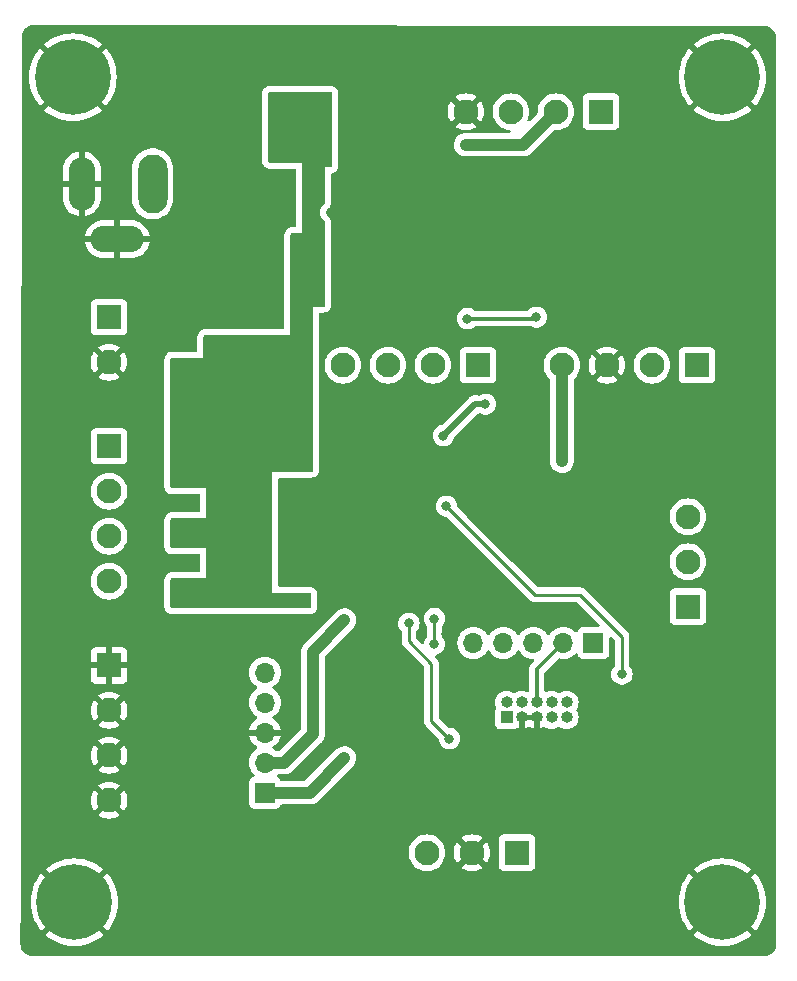
<source format=gbr>
%TF.GenerationSoftware,KiCad,Pcbnew,7.0.6-0*%
%TF.CreationDate,2023-08-27T14:09:03+10:00*%
%TF.ProjectId,u-nit,752d6e69-742e-46b6-9963-61645f706362,rev?*%
%TF.SameCoordinates,Original*%
%TF.FileFunction,Copper,L2,Bot*%
%TF.FilePolarity,Positive*%
%FSLAX46Y46*%
G04 Gerber Fmt 4.6, Leading zero omitted, Abs format (unit mm)*
G04 Created by KiCad (PCBNEW 7.0.6-0) date 2023-08-27 14:09:03*
%MOMM*%
%LPD*%
G01*
G04 APERTURE LIST*
%TA.AperFunction,ComponentPad*%
%ADD10R,2.100000X2.100000*%
%TD*%
%TA.AperFunction,ComponentPad*%
%ADD11C,2.100000*%
%TD*%
%TA.AperFunction,ComponentPad*%
%ADD12C,3.600000*%
%TD*%
%TA.AperFunction,ConnectorPad*%
%ADD13C,6.400000*%
%TD*%
%TA.AperFunction,ComponentPad*%
%ADD14R,1.000000X1.000000*%
%TD*%
%TA.AperFunction,ComponentPad*%
%ADD15O,1.000000X1.000000*%
%TD*%
%TA.AperFunction,ComponentPad*%
%ADD16R,1.700000X1.700000*%
%TD*%
%TA.AperFunction,ComponentPad*%
%ADD17O,1.700000X1.700000*%
%TD*%
%TA.AperFunction,ComponentPad*%
%ADD18O,2.500000X5.000000*%
%TD*%
%TA.AperFunction,ComponentPad*%
%ADD19O,2.250000X4.500000*%
%TD*%
%TA.AperFunction,ComponentPad*%
%ADD20O,4.500000X2.250000*%
%TD*%
%TA.AperFunction,ViaPad*%
%ADD21C,0.800000*%
%TD*%
%TA.AperFunction,Conductor*%
%ADD22C,0.250000*%
%TD*%
%TA.AperFunction,Conductor*%
%ADD23C,1.000000*%
%TD*%
%TA.AperFunction,Conductor*%
%ADD24C,0.500000*%
%TD*%
%TA.AperFunction,Conductor*%
%ADD25C,0.300000*%
%TD*%
G04 APERTURE END LIST*
D10*
%TO.P,J8,1,1*%
%TO.N,VDD*%
X159320019Y-68169596D03*
D11*
%TO.P,J8,2,2*%
%TO.N,+5V*%
X155510019Y-68169596D03*
%TO.P,J8,3,3*%
%TO.N,+3.3V*%
X151700019Y-68169596D03*
%TO.P,J8,4,4*%
%TO.N,GND*%
X147890019Y-68169596D03*
%TD*%
D10*
%TO.P,J6,1,1*%
%TO.N,/PB5_GPI*%
X166686019Y-110079596D03*
D11*
%TO.P,J6,2,2*%
%TO.N,/I2C1_SCL*%
X166686019Y-106269596D03*
%TO.P,J6,3,3*%
%TO.N,/I2C1_SDA*%
X166686019Y-102459596D03*
%TD*%
D12*
%TO.P,H1,1,1*%
%TO.N,GND*%
X114616019Y-65248596D03*
D13*
X114616019Y-65248596D03*
%TD*%
D14*
%TO.P,J3,1,VTref*%
%TO.N,+3.3V*%
X151349019Y-119463096D03*
D15*
%TO.P,J3,2,SWDIO/TMS*%
%TO.N,/TMS{slash}SWDAT_PA13*%
X151349019Y-118193096D03*
%TO.P,J3,3,GND*%
%TO.N,GND*%
X152619019Y-119463096D03*
%TO.P,J3,4,SWDCLK/TCK*%
%TO.N,/TCK{slash}SWCLK_PA14*%
X152619019Y-118193096D03*
%TO.P,J3,5,GND*%
%TO.N,GND*%
X153889019Y-119463096D03*
%TO.P,J3,6,SWO/TDO*%
%TO.N,/TDO{slash}SWO_PB3*%
X153889019Y-118193096D03*
%TO.P,J3,7,KEY*%
%TO.N,unconnected-(J3-KEY-Pad7)*%
X155159019Y-119463096D03*
%TO.P,J3,8,NC/TDI*%
%TO.N,/TDI_PA15*%
X155159019Y-118193096D03*
%TO.P,J3,9,GNDDetect*%
%TO.N,Net-(J3-GNDDetect)*%
X156429019Y-119463096D03*
%TO.P,J3,10,~{RESET}*%
%TO.N,/TRST_PB4*%
X156429019Y-118193096D03*
%TD*%
D10*
%TO.P,J7,1,1*%
%TO.N,/USART2_TX*%
X148906019Y-89632596D03*
D11*
%TO.P,J7,2,2*%
%TO.N,/USART2_RX*%
X145096019Y-89632596D03*
%TO.P,J7,3,3*%
%TO.N,/DAC1_OUT1*%
X141286019Y-89632596D03*
%TO.P,J7,4,4*%
%TO.N,/DAC1_OUT2*%
X137476019Y-89632596D03*
%TD*%
D10*
%TO.P,J12,1,1*%
%TO.N,Net-(U4-CANH)*%
X152208019Y-130907596D03*
D11*
%TO.P,J12,2,2*%
%TO.N,GND*%
X148398019Y-130907596D03*
%TO.P,J12,3,3*%
%TO.N,Net-(U4-CANL)*%
X144588019Y-130907596D03*
%TD*%
D10*
%TO.P,J1,1,1*%
%TO.N,Net-(J1-Pad1)*%
X117664019Y-85568596D03*
D11*
%TO.P,J1,2,2*%
%TO.N,GND*%
X117664019Y-89378596D03*
%TD*%
D10*
%TO.P,J10,1,1*%
%TO.N,/OUT4*%
X117674519Y-96490596D03*
D11*
%TO.P,J10,2,2*%
%TO.N,/OUT3*%
X117674519Y-100300596D03*
%TO.P,J10,3,3*%
%TO.N,/OUT2*%
X117674519Y-104110596D03*
%TO.P,J10,4,4*%
%TO.N,/OUT1*%
X117674519Y-107920596D03*
%TD*%
D12*
%TO.P,H2,1,1*%
%TO.N,GND*%
X169607019Y-65248596D03*
D13*
X169607019Y-65248596D03*
%TD*%
D10*
%TO.P,J5,1,1*%
%TO.N,/ADC1_IN5*%
X167448019Y-89632596D03*
D11*
%TO.P,J5,2,2*%
%TO.N,/ADC1_IN6*%
X163638019Y-89632596D03*
%TO.P,J5,3,3*%
%TO.N,GND*%
X159828019Y-89632596D03*
%TO.P,J5,4,4*%
%TO.N,+3.3V*%
X156018019Y-89632596D03*
%TD*%
D12*
%TO.P,H4,1,1*%
%TO.N,GND*%
X169607019Y-135098596D03*
D13*
X169607019Y-135098596D03*
%TD*%
D16*
%TO.P,J9,1,Pin_1*%
%TO.N,+5V*%
X130872019Y-125827596D03*
D17*
%TO.P,J9,2,Pin_2*%
%TO.N,+3.3V*%
X130872019Y-123287596D03*
%TO.P,J9,3,Pin_3*%
%TO.N,GND*%
X130872019Y-120747596D03*
%TO.P,J9,4,Pin_4*%
%TO.N,/USART1_RX*%
X130872019Y-118207596D03*
%TO.P,J9,5,Pin_5*%
%TO.N,/USART1_TX*%
X130872019Y-115667596D03*
%TD*%
D16*
%TO.P,J4,1,Pin_1*%
%TO.N,/TRST_PB4*%
X158685019Y-113138096D03*
D17*
%TO.P,J4,2,Pin_2*%
%TO.N,/TDO{slash}SWO_PB3*%
X156145019Y-113138096D03*
%TO.P,J4,3,Pin_3*%
%TO.N,/TDI_PA15*%
X153605019Y-113138096D03*
%TO.P,J4,4,Pin_4*%
%TO.N,/TCK{slash}SWCLK_PA14*%
X151065019Y-113138096D03*
%TO.P,J4,5,Pin_5*%
%TO.N,/TMS{slash}SWDAT_PA13*%
X148525019Y-113138096D03*
%TD*%
D18*
%TO.P,J2,1*%
%TO.N,Net-(J1-Pad1)*%
X121367519Y-74265596D03*
D19*
%TO.P,J2,2*%
%TO.N,GND*%
X115367519Y-74265596D03*
D20*
%TO.P,J2,3*%
X118367519Y-78965596D03*
%TD*%
D12*
%TO.P,H3,1,1*%
%TO.N,GND*%
X114743019Y-135098596D03*
D13*
X114743019Y-135098596D03*
%TD*%
D10*
%TO.P,J11,1,1*%
%TO.N,GND*%
X117674519Y-115043096D03*
D11*
%TO.P,J11,2,2*%
X117674519Y-118853096D03*
%TO.P,J11,3,3*%
X117674519Y-122663096D03*
%TO.P,J11,4,4*%
X117674519Y-126473096D03*
%TD*%
D21*
%TO.N,NRST*%
X161098019Y-115794596D03*
X146239019Y-101570596D03*
%TO.N,GND*%
X144715019Y-76932596D03*
X142937019Y-126208596D03*
X133031019Y-75408596D03*
X157542019Y-96363596D03*
X139758019Y-75408596D03*
X136587019Y-103221596D03*
X120458019Y-103602596D03*
X148017019Y-84171596D03*
X133539019Y-116937596D03*
X142048019Y-103475596D03*
X146239019Y-112365596D03*
X159701019Y-115794596D03*
X143191019Y-87727596D03*
X152081019Y-92934596D03*
X136460019Y-76678596D03*
X150049019Y-115667596D03*
X133920019Y-127605596D03*
X154621019Y-95347596D03*
X142556019Y-83155596D03*
X162495019Y-115794596D03*
X148144019Y-122525596D03*
X153351019Y-104745596D03*
X152843019Y-100427596D03*
X136587019Y-121890596D03*
X164654019Y-104872596D03*
X147509019Y-95728596D03*
X157542019Y-97887596D03*
X138238019Y-112873596D03*
X149287019Y-110460596D03*
X147890019Y-72995596D03*
X143191019Y-94712596D03*
X136587019Y-100554596D03*
X131888019Y-84679596D03*
X136587019Y-105888596D03*
X131888019Y-85949596D03*
X152462019Y-115667596D03*
X164654019Y-107920596D03*
X143953019Y-115540596D03*
X156907019Y-115667596D03*
X136587019Y-108428596D03*
X149033019Y-91791596D03*
X136587019Y-116937596D03*
X152462019Y-110714596D03*
X146874019Y-87727596D03*
X145223019Y-106777596D03*
X141794019Y-112492596D03*
X136079019Y-129891596D03*
X156780019Y-104999596D03*
%TO.N,VDD*%
X129475019Y-92934596D03*
X134555019Y-83663596D03*
X131507019Y-90902596D03*
X127443019Y-88489596D03*
X125665019Y-94839596D03*
X129475019Y-90902596D03*
X133539019Y-92934596D03*
X129475019Y-108555596D03*
X127443019Y-100808596D03*
X123633019Y-94839596D03*
X127443019Y-92934596D03*
X127443019Y-98395596D03*
X129475019Y-106523596D03*
X131507019Y-92934596D03*
X129475019Y-98395596D03*
X134555019Y-82012596D03*
X133539019Y-88489596D03*
X134555019Y-80361596D03*
X127443019Y-90902596D03*
X129475019Y-100808596D03*
X129475019Y-102840596D03*
X125665019Y-90902596D03*
X127443019Y-108555596D03*
X133539019Y-94839596D03*
X125665019Y-92934596D03*
X129475019Y-88489596D03*
X127443019Y-106523596D03*
X127443019Y-102840596D03*
X131507019Y-94839596D03*
X127443019Y-104745596D03*
X127443019Y-94839596D03*
X133539019Y-90902596D03*
X129475019Y-104745596D03*
X131507019Y-88489596D03*
X129475019Y-94839596D03*
X123633019Y-90902596D03*
X123633019Y-92934596D03*
%TO.N,+3.3V*%
X137603019Y-111222596D03*
X156018019Y-97760596D03*
X156018019Y-96363596D03*
%TO.N,+5V*%
X147890019Y-70963596D03*
X137603019Y-122906596D03*
%TO.N,VDDA*%
X149541019Y-92934596D03*
X145985019Y-95601596D03*
%TO.N,Net-(Q2-B)*%
X153859019Y-85568596D03*
X148017019Y-85695596D03*
%TO.N,/PA8_CAN_STBY*%
X146493019Y-121255596D03*
X143064019Y-111476596D03*
%TO.N,/CAN_RX*%
X145223019Y-113254596D03*
X145218720Y-111091297D03*
%TD*%
D22*
%TO.N,NRST*%
X153732019Y-109063596D02*
X157542019Y-109063596D01*
X146239019Y-101570596D02*
X153732019Y-109063596D01*
X161098019Y-112619596D02*
X161098019Y-115794596D01*
X157542019Y-109063596D02*
X161098019Y-112619596D01*
D23*
%TO.N,+3.3V*%
X132523019Y-123287596D02*
X134936019Y-120874596D01*
X156018019Y-89632596D02*
X156018019Y-96363596D01*
X134936019Y-113889596D02*
X137603019Y-111222596D01*
X130872019Y-123287596D02*
X132523019Y-123287596D01*
X156018019Y-96363596D02*
X156018019Y-97760596D01*
X134936019Y-120874596D02*
X134936019Y-113889596D01*
%TO.N,+5V*%
X147890019Y-70963596D02*
X152716019Y-70963596D01*
X134682019Y-125827596D02*
X137603019Y-122906596D01*
X152716019Y-70963596D02*
X155510019Y-68169596D01*
X130872019Y-125827596D02*
X134682019Y-125827596D01*
D24*
%TO.N,VDDA*%
X149541019Y-92934596D02*
X148652019Y-92934596D01*
X148652019Y-92934596D02*
X145985019Y-95601596D01*
D25*
%TO.N,/TDO{slash}SWO_PB3*%
X153889019Y-115394096D02*
X153889019Y-118193096D01*
X156145019Y-113138096D02*
X153889019Y-115394096D01*
%TO.N,Net-(Q2-B)*%
X148017019Y-85695596D02*
X153732019Y-85695596D01*
X153732019Y-85695596D02*
X153859019Y-85568596D01*
D22*
%TO.N,/PA8_CAN_STBY*%
X144969019Y-114905596D02*
X144969019Y-119731596D01*
X144969019Y-119731596D02*
X146493019Y-121255596D01*
X143064019Y-113000596D02*
X144969019Y-114905596D01*
X143064019Y-111476596D02*
X143064019Y-113000596D01*
%TO.N,/CAN_RX*%
X145218720Y-113250297D02*
X145223019Y-113254596D01*
X145218720Y-111091297D02*
X145218720Y-113250297D01*
%TD*%
%TA.AperFunction,Conductor*%
%TO.N,GND*%
G36*
X173177985Y-60928605D02*
G01*
X173184013Y-60928913D01*
X173363687Y-60946947D01*
X173387472Y-60951721D01*
X173551415Y-61001742D01*
X173573827Y-61011066D01*
X173724872Y-61092066D01*
X173745039Y-61105577D01*
X173827368Y-61173297D01*
X173877407Y-61214457D01*
X173894556Y-61231640D01*
X174003171Y-61364222D01*
X174016645Y-61384419D01*
X174097346Y-61535627D01*
X174106625Y-61558060D01*
X174156317Y-61722090D01*
X174161047Y-61745903D01*
X174178721Y-61925576D01*
X174179019Y-61931649D01*
X174179019Y-138667547D01*
X174178720Y-138673628D01*
X174161001Y-138853530D01*
X174156259Y-138877371D01*
X174106443Y-139041594D01*
X174097140Y-139064052D01*
X174016246Y-139215394D01*
X174002741Y-139235606D01*
X173893873Y-139368262D01*
X173876685Y-139385450D01*
X173744029Y-139494318D01*
X173723817Y-139507823D01*
X173572475Y-139588717D01*
X173550017Y-139598020D01*
X173385794Y-139647836D01*
X173361953Y-139652578D01*
X173182051Y-139670297D01*
X173175970Y-139670596D01*
X111175686Y-139670596D01*
X111169599Y-139670297D01*
X110989508Y-139652541D01*
X110965644Y-139647789D01*
X110801272Y-139597873D01*
X110778795Y-139588552D01*
X110627339Y-139507499D01*
X110607114Y-139493968D01*
X110474396Y-139384892D01*
X110457205Y-139367672D01*
X110432549Y-139337574D01*
X110348347Y-139234784D01*
X110334851Y-139214541D01*
X110254040Y-139062948D01*
X110244756Y-139040458D01*
X110195105Y-138876009D01*
X110190391Y-138852136D01*
X110185692Y-138803674D01*
X110172925Y-138672011D01*
X110172636Y-138665956D01*
X110178381Y-135098596D01*
X111037941Y-135098596D01*
X111058238Y-135485883D01*
X111118905Y-135868919D01*
X111118906Y-135868926D01*
X111219281Y-136243532D01*
X111358263Y-136605590D01*
X111534329Y-136951139D01*
X111745550Y-137276389D01*
X111954114Y-137533946D01*
X111954115Y-137533946D01*
X113445285Y-136042776D01*
X113608149Y-136233466D01*
X113798838Y-136396329D01*
X112307667Y-137887499D01*
X112307668Y-137887500D01*
X112565225Y-138096064D01*
X112890475Y-138307285D01*
X113236024Y-138483351D01*
X113598082Y-138622333D01*
X113972688Y-138722708D01*
X113972695Y-138722709D01*
X114355731Y-138783376D01*
X114743018Y-138803674D01*
X114743020Y-138803674D01*
X115130306Y-138783376D01*
X115513342Y-138722709D01*
X115513349Y-138722708D01*
X115887955Y-138622333D01*
X116250013Y-138483351D01*
X116595562Y-138307285D01*
X116920802Y-138096072D01*
X116920804Y-138096071D01*
X117178368Y-137887498D01*
X115687199Y-136396329D01*
X115877889Y-136233466D01*
X116040752Y-136042776D01*
X117531921Y-137533945D01*
X117740494Y-137276381D01*
X117740495Y-137276379D01*
X117951708Y-136951139D01*
X118127774Y-136605590D01*
X118266756Y-136243532D01*
X118367131Y-135868926D01*
X118367132Y-135868919D01*
X118427799Y-135485883D01*
X118448097Y-135098596D01*
X165901941Y-135098596D01*
X165922238Y-135485883D01*
X165982905Y-135868919D01*
X165982906Y-135868926D01*
X166083281Y-136243532D01*
X166222263Y-136605590D01*
X166398329Y-136951139D01*
X166609550Y-137276389D01*
X166818114Y-137533946D01*
X166818115Y-137533946D01*
X168309285Y-136042776D01*
X168472149Y-136233466D01*
X168662838Y-136396329D01*
X167171667Y-137887499D01*
X167171668Y-137887500D01*
X167429225Y-138096064D01*
X167754475Y-138307285D01*
X168100024Y-138483351D01*
X168462082Y-138622333D01*
X168836688Y-138722708D01*
X168836695Y-138722709D01*
X169219731Y-138783376D01*
X169607018Y-138803674D01*
X169607020Y-138803674D01*
X169994306Y-138783376D01*
X170377342Y-138722709D01*
X170377349Y-138722708D01*
X170751955Y-138622333D01*
X171114013Y-138483351D01*
X171459562Y-138307285D01*
X171784802Y-138096072D01*
X171784804Y-138096071D01*
X172042368Y-137887498D01*
X170551199Y-136396329D01*
X170741889Y-136233466D01*
X170904752Y-136042776D01*
X172395921Y-137533945D01*
X172604494Y-137276381D01*
X172604495Y-137276379D01*
X172815708Y-136951139D01*
X172991774Y-136605590D01*
X173130756Y-136243532D01*
X173231131Y-135868926D01*
X173231132Y-135868919D01*
X173291799Y-135485883D01*
X173312097Y-135098596D01*
X173312097Y-135098595D01*
X173291799Y-134711308D01*
X173231132Y-134328272D01*
X173231131Y-134328265D01*
X173130756Y-133953659D01*
X172991774Y-133591601D01*
X172815708Y-133246052D01*
X172604487Y-132920802D01*
X172395923Y-132663245D01*
X172395922Y-132663244D01*
X170904751Y-134154414D01*
X170741889Y-133963726D01*
X170551199Y-133800862D01*
X172042369Y-132309692D01*
X172042369Y-132309691D01*
X171784812Y-132101127D01*
X171459562Y-131889906D01*
X171114013Y-131713840D01*
X170751955Y-131574858D01*
X170377349Y-131474483D01*
X170377342Y-131474482D01*
X169994306Y-131413815D01*
X169607020Y-131393518D01*
X169607018Y-131393518D01*
X169219731Y-131413815D01*
X168836695Y-131474482D01*
X168836688Y-131474483D01*
X168462082Y-131574858D01*
X168100024Y-131713840D01*
X167754475Y-131889906D01*
X167429225Y-132101127D01*
X167171667Y-132309691D01*
X167171667Y-132309692D01*
X168662838Y-133800862D01*
X168472149Y-133963726D01*
X168309285Y-134154414D01*
X166818115Y-132663244D01*
X166818114Y-132663244D01*
X166609550Y-132920802D01*
X166398329Y-133246052D01*
X166222263Y-133591601D01*
X166083281Y-133953659D01*
X165982906Y-134328265D01*
X165982905Y-134328272D01*
X165922238Y-134711308D01*
X165901941Y-135098595D01*
X165901941Y-135098596D01*
X118448097Y-135098596D01*
X118448097Y-135098595D01*
X118427799Y-134711308D01*
X118367132Y-134328272D01*
X118367131Y-134328265D01*
X118266756Y-133953659D01*
X118127774Y-133591601D01*
X117951708Y-133246052D01*
X117740487Y-132920802D01*
X117531923Y-132663245D01*
X117531922Y-132663244D01*
X116040751Y-134154414D01*
X115877889Y-133963726D01*
X115687199Y-133800862D01*
X117178369Y-132309692D01*
X117178369Y-132309691D01*
X116920812Y-132101127D01*
X116595562Y-131889906D01*
X116250013Y-131713840D01*
X115887955Y-131574858D01*
X115513349Y-131474483D01*
X115513342Y-131474482D01*
X115130306Y-131413815D01*
X114743020Y-131393518D01*
X114743018Y-131393518D01*
X114355731Y-131413815D01*
X113972695Y-131474482D01*
X113972688Y-131474483D01*
X113598082Y-131574858D01*
X113236024Y-131713840D01*
X112890475Y-131889906D01*
X112565225Y-132101127D01*
X112307667Y-132309691D01*
X112307667Y-132309692D01*
X113798838Y-133800862D01*
X113608149Y-133963726D01*
X113445285Y-134154414D01*
X111954115Y-132663244D01*
X111954114Y-132663244D01*
X111745550Y-132920802D01*
X111534329Y-133246052D01*
X111358263Y-133591601D01*
X111219281Y-133953659D01*
X111118906Y-134328265D01*
X111118905Y-134328272D01*
X111058238Y-134711308D01*
X111037941Y-135098595D01*
X111037941Y-135098596D01*
X110178381Y-135098596D01*
X110185130Y-130907596D01*
X143032725Y-130907596D01*
X143051872Y-131150893D01*
X143051872Y-131150896D01*
X143051873Y-131150898D01*
X143089629Y-131308162D01*
X143108849Y-131388215D01*
X143202241Y-131613685D01*
X143329756Y-131821769D01*
X143329757Y-131821772D01*
X143329760Y-131821775D01*
X143488260Y-132007355D01*
X143598053Y-132101127D01*
X143673842Y-132165857D01*
X143673845Y-132165858D01*
X143881929Y-132293373D01*
X144107400Y-132386765D01*
X144107397Y-132386765D01*
X144107403Y-132386766D01*
X144107407Y-132386768D01*
X144344717Y-132443742D01*
X144588019Y-132462890D01*
X144831321Y-132443742D01*
X145068631Y-132386768D01*
X145294108Y-132293373D01*
X145502198Y-132165855D01*
X145687778Y-132007355D01*
X145846278Y-131821775D01*
X145973796Y-131613685D01*
X146067191Y-131388208D01*
X146124165Y-131150898D01*
X146143313Y-130907596D01*
X146143313Y-130907595D01*
X146843226Y-130907595D01*
X146862367Y-131150815D01*
X146919322Y-131388053D01*
X147012687Y-131613457D01*
X147136523Y-131815538D01*
X147757878Y-131194182D01*
X147817699Y-131308162D01*
X147930424Y-131435402D01*
X148070324Y-131531967D01*
X148111560Y-131547606D01*
X147490075Y-132169090D01*
X147692157Y-132292927D01*
X147917561Y-132386292D01*
X148154799Y-132443247D01*
X148154798Y-132443247D01*
X148398018Y-132462388D01*
X148641238Y-132443247D01*
X148878476Y-132386292D01*
X149103880Y-132292927D01*
X149305961Y-132169090D01*
X149142337Y-132005466D01*
X150657519Y-132005466D01*
X150657520Y-132005472D01*
X150663927Y-132065079D01*
X150714221Y-132199924D01*
X150714225Y-132199931D01*
X150800471Y-132315140D01*
X150800474Y-132315143D01*
X150915683Y-132401389D01*
X150915690Y-132401393D01*
X151050536Y-132451687D01*
X151050535Y-132451687D01*
X151057463Y-132452431D01*
X151110146Y-132458096D01*
X153305891Y-132458095D01*
X153365502Y-132451687D01*
X153500350Y-132401392D01*
X153615565Y-132315142D01*
X153701815Y-132199927D01*
X153752110Y-132065079D01*
X153758519Y-132005469D01*
X153758518Y-129809724D01*
X153752110Y-129750113D01*
X153701815Y-129615265D01*
X153701814Y-129615264D01*
X153701812Y-129615260D01*
X153615566Y-129500051D01*
X153615563Y-129500048D01*
X153500354Y-129413802D01*
X153500347Y-129413798D01*
X153365501Y-129363504D01*
X153365502Y-129363504D01*
X153305902Y-129357097D01*
X153305900Y-129357096D01*
X153305892Y-129357096D01*
X153305883Y-129357096D01*
X151110148Y-129357096D01*
X151110142Y-129357097D01*
X151050535Y-129363504D01*
X150915690Y-129413798D01*
X150915683Y-129413802D01*
X150800474Y-129500048D01*
X150800471Y-129500051D01*
X150714225Y-129615260D01*
X150714221Y-129615267D01*
X150663927Y-129750113D01*
X150657722Y-129807837D01*
X150657520Y-129809719D01*
X150657519Y-129809731D01*
X150657519Y-132005466D01*
X149142337Y-132005466D01*
X148684476Y-131547606D01*
X148725714Y-131531967D01*
X148865614Y-131435402D01*
X148978339Y-131308162D01*
X149038158Y-131194183D01*
X149659513Y-131815538D01*
X149783350Y-131613457D01*
X149876715Y-131388053D01*
X149933670Y-131150815D01*
X149952811Y-130907595D01*
X149933670Y-130664376D01*
X149876715Y-130427138D01*
X149783350Y-130201734D01*
X149659513Y-129999652D01*
X149038158Y-130621007D01*
X148978339Y-130507030D01*
X148865614Y-130379790D01*
X148725714Y-130283225D01*
X148684476Y-130267585D01*
X149305961Y-129646100D01*
X149103880Y-129522264D01*
X148878476Y-129428899D01*
X148641238Y-129371944D01*
X148641239Y-129371944D01*
X148398018Y-129352803D01*
X148154799Y-129371944D01*
X147917561Y-129428899D01*
X147692165Y-129522261D01*
X147692160Y-129522264D01*
X147490075Y-129646100D01*
X148111561Y-130267585D01*
X148070324Y-130283225D01*
X147930424Y-130379790D01*
X147817699Y-130507030D01*
X147757879Y-130621008D01*
X147136523Y-129999652D01*
X147012687Y-130201737D01*
X147012684Y-130201742D01*
X146919322Y-130427138D01*
X146862367Y-130664376D01*
X146843226Y-130907595D01*
X146143313Y-130907595D01*
X146124165Y-130664294D01*
X146067191Y-130426984D01*
X146047643Y-130379790D01*
X145973796Y-130201506D01*
X145846281Y-129993422D01*
X145846280Y-129993419D01*
X145810472Y-129951493D01*
X145687778Y-129807837D01*
X145565082Y-129703045D01*
X145502195Y-129649334D01*
X145502192Y-129649333D01*
X145294108Y-129521818D01*
X145068637Y-129428426D01*
X145068640Y-129428426D01*
X144963011Y-129403066D01*
X144831321Y-129371450D01*
X144831319Y-129371449D01*
X144831316Y-129371449D01*
X144588019Y-129352302D01*
X144344721Y-129371449D01*
X144344716Y-129371450D01*
X144344717Y-129371450D01*
X144168320Y-129413800D01*
X144107399Y-129428426D01*
X143881929Y-129521818D01*
X143673845Y-129649333D01*
X143673842Y-129649334D01*
X143488260Y-129807837D01*
X143329757Y-129993419D01*
X143329756Y-129993422D01*
X143202241Y-130201506D01*
X143108849Y-130426976D01*
X143051872Y-130664298D01*
X143032725Y-130907596D01*
X110185130Y-130907596D01*
X110192271Y-126473096D01*
X116119726Y-126473096D01*
X116138867Y-126716315D01*
X116195822Y-126953553D01*
X116289187Y-127178957D01*
X116413023Y-127381038D01*
X117034378Y-126759682D01*
X117094199Y-126873662D01*
X117206924Y-127000902D01*
X117346824Y-127097467D01*
X117388060Y-127113106D01*
X116766575Y-127734590D01*
X116968657Y-127858427D01*
X117194061Y-127951792D01*
X117431299Y-128008747D01*
X117431298Y-128008747D01*
X117674519Y-128027888D01*
X117917738Y-128008747D01*
X118154976Y-127951792D01*
X118380380Y-127858427D01*
X118582461Y-127734590D01*
X117960976Y-127113106D01*
X118002214Y-127097467D01*
X118142114Y-127000902D01*
X118254839Y-126873662D01*
X118314658Y-126759683D01*
X118936013Y-127381038D01*
X119059850Y-127178957D01*
X119153215Y-126953553D01*
X119210170Y-126716315D01*
X119229311Y-126473096D01*
X119210170Y-126229876D01*
X119153215Y-125992638D01*
X119059850Y-125767234D01*
X118936013Y-125565152D01*
X118314658Y-126186507D01*
X118254839Y-126072530D01*
X118142114Y-125945290D01*
X118002214Y-125848725D01*
X117960976Y-125833085D01*
X118582461Y-125211600D01*
X118380380Y-125087764D01*
X118154976Y-124994399D01*
X117917738Y-124937444D01*
X117917739Y-124937444D01*
X117674519Y-124918303D01*
X117431299Y-124937444D01*
X117194061Y-124994399D01*
X116968665Y-125087761D01*
X116968660Y-125087764D01*
X116766575Y-125211600D01*
X117388061Y-125833085D01*
X117346824Y-125848725D01*
X117206924Y-125945290D01*
X117094199Y-126072530D01*
X117034379Y-126186508D01*
X116413023Y-125565152D01*
X116289187Y-125767237D01*
X116289184Y-125767242D01*
X116195822Y-125992638D01*
X116138867Y-126229876D01*
X116119726Y-126473096D01*
X110192271Y-126473096D01*
X110198406Y-122663095D01*
X116119726Y-122663095D01*
X116138867Y-122906315D01*
X116195822Y-123143553D01*
X116289187Y-123368957D01*
X116413023Y-123571038D01*
X117034378Y-122949682D01*
X117094199Y-123063662D01*
X117206924Y-123190902D01*
X117346824Y-123287467D01*
X117388060Y-123303106D01*
X116766575Y-123924590D01*
X116968657Y-124048427D01*
X117194061Y-124141792D01*
X117431299Y-124198747D01*
X117431298Y-124198747D01*
X117674518Y-124217888D01*
X117917738Y-124198747D01*
X118154976Y-124141792D01*
X118380380Y-124048427D01*
X118582461Y-123924590D01*
X117960976Y-123303106D01*
X118002214Y-123287467D01*
X118142114Y-123190902D01*
X118254839Y-123063662D01*
X118314658Y-122949683D01*
X118936013Y-123571038D01*
X119059850Y-123368957D01*
X119093551Y-123287596D01*
X129516360Y-123287596D01*
X129536955Y-123522999D01*
X129536957Y-123523009D01*
X129598113Y-123751251D01*
X129598115Y-123751255D01*
X129598116Y-123751259D01*
X129678942Y-123924590D01*
X129697984Y-123965426D01*
X129697986Y-123965430D01*
X129782338Y-124085896D01*
X129823874Y-124145216D01*
X129833520Y-124158991D01*
X129833525Y-124158998D01*
X129955449Y-124280922D01*
X129988934Y-124342245D01*
X129983950Y-124411937D01*
X129942078Y-124467870D01*
X129911102Y-124484785D01*
X129779688Y-124533799D01*
X129779683Y-124533802D01*
X129664474Y-124620048D01*
X129664471Y-124620051D01*
X129578225Y-124735260D01*
X129578221Y-124735267D01*
X129527927Y-124870113D01*
X129521520Y-124929712D01*
X129521519Y-124929731D01*
X129521519Y-126725466D01*
X129521520Y-126725472D01*
X129527927Y-126785079D01*
X129578221Y-126919924D01*
X129578225Y-126919931D01*
X129664471Y-127035140D01*
X129664474Y-127035143D01*
X129779683Y-127121389D01*
X129779690Y-127121393D01*
X129914536Y-127171687D01*
X129914535Y-127171687D01*
X129921463Y-127172431D01*
X129974146Y-127178096D01*
X131769891Y-127178095D01*
X131829502Y-127171687D01*
X131964350Y-127121392D01*
X132079565Y-127035142D01*
X132165815Y-126919927D01*
X132169979Y-126908761D01*
X132211848Y-126852830D01*
X132277312Y-126828412D01*
X132286160Y-126828096D01*
X134669303Y-126828096D01*
X134758377Y-126830353D01*
X134758377Y-126830352D01*
X134758382Y-126830353D01*
X134818772Y-126819528D01*
X134823431Y-126818876D01*
X134865626Y-126814584D01*
X134884457Y-126812670D01*
X134917246Y-126802382D01*
X134924859Y-126800514D01*
X134958672Y-126794454D01*
X135015640Y-126771697D01*
X135020072Y-126770120D01*
X135078607Y-126751755D01*
X135108646Y-126735080D01*
X135115727Y-126731718D01*
X135147636Y-126718973D01*
X135198873Y-126685204D01*
X135202870Y-126682783D01*
X135256521Y-126653005D01*
X135282587Y-126630626D01*
X135288862Y-126625896D01*
X135317538Y-126606998D01*
X135360911Y-126563623D01*
X135364369Y-126560419D01*
X135367632Y-126557616D01*
X135410914Y-126520462D01*
X135431947Y-126493287D01*
X135437117Y-126487417D01*
X138346359Y-123578176D01*
X138442717Y-123460003D01*
X138536928Y-123279645D01*
X138592906Y-123084014D01*
X138608356Y-122881120D01*
X138582649Y-122679268D01*
X138516835Y-122486724D01*
X138413610Y-122311369D01*
X138358867Y-122250777D01*
X138277199Y-122160383D01*
X138277197Y-122160382D01*
X138113191Y-122039950D01*
X138113179Y-122039942D01*
X137928294Y-121954993D01*
X137928283Y-121954989D01*
X137730073Y-121908992D01*
X137526660Y-121903838D01*
X137326370Y-121939736D01*
X137326363Y-121939738D01*
X137188546Y-121994789D01*
X137137402Y-122015218D01*
X137137398Y-122015220D01*
X137137395Y-122015222D01*
X136967500Y-122127193D01*
X136967499Y-122127194D01*
X134303918Y-124790777D01*
X134242595Y-124824262D01*
X134216237Y-124827096D01*
X132286160Y-124827096D01*
X132219121Y-124807411D01*
X132173366Y-124754607D01*
X132169988Y-124746455D01*
X132165815Y-124735265D01*
X132165812Y-124735261D01*
X132165812Y-124735260D01*
X132079566Y-124620051D01*
X132079563Y-124620048D01*
X131964354Y-124533802D01*
X131964347Y-124533798D01*
X131949546Y-124528278D01*
X131893612Y-124486407D01*
X131869195Y-124420942D01*
X131884047Y-124352669D01*
X131933452Y-124303264D01*
X131992879Y-124288096D01*
X132510303Y-124288096D01*
X132599377Y-124290353D01*
X132599377Y-124290352D01*
X132599382Y-124290353D01*
X132659772Y-124279528D01*
X132664431Y-124278876D01*
X132706626Y-124274584D01*
X132725457Y-124272670D01*
X132758246Y-124262382D01*
X132765859Y-124260514D01*
X132799672Y-124254454D01*
X132856640Y-124231697D01*
X132861072Y-124230120D01*
X132919607Y-124211755D01*
X132949646Y-124195080D01*
X132956727Y-124191718D01*
X132988636Y-124178973D01*
X133039873Y-124145204D01*
X133043870Y-124142783D01*
X133097521Y-124113005D01*
X133123587Y-124090626D01*
X133129862Y-124085896D01*
X133158538Y-124066998D01*
X133201936Y-124023598D01*
X133205355Y-124020430D01*
X133251914Y-123980462D01*
X133272950Y-123953284D01*
X133278120Y-123947414D01*
X135634506Y-121591029D01*
X135699072Y-121529655D01*
X135734116Y-121479305D01*
X135736943Y-121475553D01*
X135775717Y-121428003D01*
X135791626Y-121397544D01*
X135795686Y-121390844D01*
X135815314Y-121362645D01*
X135839511Y-121306256D01*
X135841517Y-121302031D01*
X135869928Y-121247645D01*
X135879376Y-121214618D01*
X135882007Y-121207229D01*
X135895559Y-121175654D01*
X135907914Y-121115526D01*
X135909018Y-121111025D01*
X135925905Y-121052014D01*
X135928513Y-121017753D01*
X135929604Y-121009985D01*
X135936519Y-120976339D01*
X135936519Y-120914994D01*
X135936698Y-120910284D01*
X135938447Y-120887318D01*
X135941356Y-120849120D01*
X135937016Y-120815038D01*
X135936519Y-120807199D01*
X135936519Y-114355378D01*
X135956204Y-114288339D01*
X135972833Y-114267702D01*
X138346360Y-111894176D01*
X138442717Y-111776003D01*
X138536928Y-111595645D01*
X138570993Y-111476596D01*
X142158559Y-111476596D01*
X142178345Y-111664852D01*
X142178346Y-111664855D01*
X142236837Y-111844873D01*
X142236840Y-111844880D01*
X142331486Y-112008812D01*
X142364759Y-112045765D01*
X142406669Y-112092311D01*
X142436899Y-112155302D01*
X142438519Y-112175283D01*
X142438519Y-112917850D01*
X142436794Y-112933468D01*
X142437080Y-112933495D01*
X142436345Y-112941262D01*
X142438518Y-113010410D01*
X142438518Y-113039947D01*
X142439387Y-113046828D01*
X142439845Y-113052647D01*
X142441309Y-113099220D01*
X142441310Y-113099223D01*
X142446899Y-113118463D01*
X142450843Y-113137507D01*
X142453355Y-113157388D01*
X142459593Y-113173143D01*
X142470509Y-113200715D01*
X142472401Y-113206243D01*
X142485400Y-113250984D01*
X142495599Y-113268230D01*
X142504155Y-113285696D01*
X142511533Y-113304328D01*
X142534680Y-113336188D01*
X142538917Y-113342019D01*
X142542125Y-113346903D01*
X142565846Y-113387012D01*
X142565852Y-113387020D01*
X142580009Y-113401176D01*
X142592646Y-113415971D01*
X142604425Y-113432183D01*
X142638154Y-113460086D01*
X142640328Y-113461884D01*
X142644639Y-113465806D01*
X144307201Y-115128368D01*
X144340685Y-115189689D01*
X144343519Y-115216047D01*
X144343519Y-119648851D01*
X144341794Y-119664468D01*
X144342080Y-119664495D01*
X144341345Y-119672261D01*
X144343519Y-119741410D01*
X144343519Y-119770939D01*
X144343520Y-119770956D01*
X144344387Y-119777827D01*
X144344845Y-119783646D01*
X144346309Y-119830220D01*
X144346310Y-119830223D01*
X144351899Y-119849463D01*
X144355843Y-119868507D01*
X144356856Y-119876522D01*
X144358355Y-119888387D01*
X144375509Y-119931715D01*
X144377401Y-119937243D01*
X144390400Y-119981984D01*
X144400599Y-119999230D01*
X144409155Y-120016696D01*
X144411111Y-120021634D01*
X144416533Y-120035328D01*
X144443917Y-120073019D01*
X144447125Y-120077903D01*
X144470846Y-120118012D01*
X144470852Y-120118020D01*
X144485009Y-120132176D01*
X144497647Y-120146972D01*
X144509424Y-120163182D01*
X144509425Y-120163183D01*
X144545328Y-120192884D01*
X144549639Y-120196806D01*
X145310272Y-120957440D01*
X145554057Y-121201225D01*
X145587542Y-121262548D01*
X145589697Y-121275944D01*
X145597987Y-121354823D01*
X145607345Y-121443852D01*
X145607346Y-121443855D01*
X145665837Y-121623873D01*
X145665840Y-121623880D01*
X145760486Y-121787812D01*
X145869597Y-121908992D01*
X145887148Y-121928484D01*
X146040284Y-122039744D01*
X146040289Y-122039747D01*
X146213211Y-122116738D01*
X146213216Y-122116740D01*
X146398373Y-122156096D01*
X146398374Y-122156096D01*
X146587663Y-122156096D01*
X146587665Y-122156096D01*
X146772822Y-122116740D01*
X146945749Y-122039747D01*
X147098890Y-121928484D01*
X147225552Y-121787812D01*
X147320198Y-121623880D01*
X147378693Y-121443852D01*
X147398479Y-121255596D01*
X147378693Y-121067340D01*
X147320198Y-120887312D01*
X147225552Y-120723380D01*
X147098890Y-120582708D01*
X147098889Y-120582707D01*
X146945753Y-120471447D01*
X146945748Y-120471444D01*
X146772826Y-120394453D01*
X146772821Y-120394451D01*
X146627020Y-120363461D01*
X146587665Y-120355096D01*
X146587664Y-120355096D01*
X146528472Y-120355096D01*
X146461433Y-120335411D01*
X146440791Y-120318777D01*
X145630838Y-119508823D01*
X145597353Y-119447500D01*
X145594519Y-119421142D01*
X145594519Y-114988338D01*
X145596243Y-114972718D01*
X145595958Y-114972692D01*
X145596690Y-114964936D01*
X145596692Y-114964929D01*
X145594519Y-114895781D01*
X145594519Y-114866246D01*
X145593650Y-114859368D01*
X145593191Y-114853539D01*
X145591728Y-114806968D01*
X145586141Y-114787740D01*
X145582193Y-114768680D01*
X145579682Y-114748800D01*
X145562531Y-114705483D01*
X145560638Y-114699954D01*
X145547637Y-114655205D01*
X145547635Y-114655202D01*
X145537442Y-114637967D01*
X145528880Y-114620490D01*
X145521506Y-114601866D01*
X145521505Y-114601864D01*
X145494098Y-114564141D01*
X145490907Y-114559282D01*
X145467191Y-114519179D01*
X145467184Y-114519170D01*
X145453025Y-114505011D01*
X145440387Y-114490215D01*
X145439210Y-114488595D01*
X145428613Y-114474009D01*
X145427584Y-114473158D01*
X145392707Y-114444305D01*
X145388395Y-114440382D01*
X145302208Y-114354195D01*
X145268723Y-114292872D01*
X145273707Y-114223180D01*
X145315579Y-114167247D01*
X145364108Y-114145224D01*
X145502822Y-114115740D01*
X145675749Y-114038747D01*
X145828890Y-113927484D01*
X145955552Y-113786812D01*
X146050198Y-113622880D01*
X146108693Y-113442852D01*
X146128479Y-113254596D01*
X146108693Y-113066340D01*
X146050198Y-112886312D01*
X145955552Y-112722380D01*
X145876070Y-112634106D01*
X145845840Y-112571114D01*
X145844220Y-112551134D01*
X145844220Y-111789984D01*
X145863905Y-111722945D01*
X145876070Y-111707012D01*
X145914028Y-111664855D01*
X145951253Y-111623513D01*
X146045899Y-111459581D01*
X146104394Y-111279553D01*
X146124180Y-111091297D01*
X146104394Y-110903041D01*
X146045899Y-110723013D01*
X145951253Y-110559081D01*
X145824591Y-110418409D01*
X145824590Y-110418408D01*
X145671454Y-110307148D01*
X145671449Y-110307145D01*
X145498527Y-110230154D01*
X145498522Y-110230152D01*
X145352721Y-110199162D01*
X145313366Y-110190797D01*
X145124074Y-110190797D01*
X145091617Y-110197695D01*
X144938917Y-110230152D01*
X144938912Y-110230154D01*
X144765990Y-110307145D01*
X144765985Y-110307148D01*
X144612849Y-110418408D01*
X144486186Y-110559082D01*
X144391541Y-110723012D01*
X144391538Y-110723019D01*
X144365321Y-110803708D01*
X144333046Y-110903041D01*
X144313260Y-111091297D01*
X144333046Y-111279553D01*
X144333047Y-111279556D01*
X144391538Y-111459574D01*
X144391541Y-111459581D01*
X144486187Y-111623513D01*
X144523409Y-111664852D01*
X144561370Y-111707012D01*
X144591600Y-111770003D01*
X144593220Y-111789984D01*
X144593220Y-112560683D01*
X144573535Y-112627722D01*
X144561370Y-112643655D01*
X144490485Y-112722381D01*
X144395840Y-112886311D01*
X144395837Y-112886318D01*
X144342743Y-113049726D01*
X144337345Y-113066340D01*
X144333800Y-113100068D01*
X144307216Y-113164680D01*
X144249919Y-113204665D01*
X144180100Y-113207325D01*
X144122799Y-113174785D01*
X143725838Y-112777824D01*
X143692353Y-112716501D01*
X143689519Y-112690143D01*
X143689519Y-112175283D01*
X143709204Y-112108244D01*
X143721369Y-112092311D01*
X143739910Y-112071718D01*
X143796552Y-112008812D01*
X143891198Y-111844880D01*
X143949693Y-111664852D01*
X143969479Y-111476596D01*
X143949693Y-111288340D01*
X143891198Y-111108312D01*
X143796552Y-110944380D01*
X143669890Y-110803708D01*
X143669889Y-110803707D01*
X143516753Y-110692447D01*
X143516748Y-110692444D01*
X143343826Y-110615453D01*
X143343821Y-110615451D01*
X143198020Y-110584461D01*
X143158665Y-110576096D01*
X142969373Y-110576096D01*
X142936916Y-110582994D01*
X142784216Y-110615451D01*
X142784211Y-110615453D01*
X142611289Y-110692444D01*
X142611284Y-110692447D01*
X142458148Y-110803707D01*
X142331485Y-110944381D01*
X142236840Y-111108311D01*
X142236837Y-111108318D01*
X142181200Y-111279553D01*
X142178345Y-111288340D01*
X142158559Y-111476596D01*
X138570993Y-111476596D01*
X138592906Y-111400014D01*
X138608356Y-111197119D01*
X138605853Y-111177469D01*
X138582650Y-110995274D01*
X138582649Y-110995272D01*
X138582649Y-110995268D01*
X138516835Y-110802723D01*
X138469916Y-110723019D01*
X138413612Y-110627372D01*
X138413611Y-110627371D01*
X138413610Y-110627369D01*
X138277198Y-110476382D01*
X138277197Y-110476381D01*
X138277196Y-110476380D01*
X138113189Y-110355949D01*
X138113182Y-110355944D01*
X137928292Y-110270991D01*
X137928283Y-110270988D01*
X137730073Y-110224992D01*
X137526658Y-110219839D01*
X137526655Y-110219839D01*
X137326370Y-110255735D01*
X137326364Y-110255737D01*
X137137406Y-110331215D01*
X137137396Y-110331221D01*
X136967500Y-110443193D01*
X134237551Y-113173142D01*
X134172965Y-113234538D01*
X134137918Y-113284890D01*
X134135081Y-113288652D01*
X134096321Y-113336188D01*
X134096318Y-113336193D01*
X134080411Y-113366643D01*
X134076343Y-113373357D01*
X134056721Y-113401550D01*
X134032528Y-113457926D01*
X134030507Y-113462180D01*
X134002110Y-113516547D01*
X134002109Y-113516548D01*
X133992659Y-113549571D01*
X133990026Y-113556967D01*
X133976478Y-113588539D01*
X133964132Y-113648615D01*
X133963009Y-113653191D01*
X133946132Y-113712173D01*
X133946132Y-113712175D01*
X133943522Y-113746437D01*
X133942433Y-113754204D01*
X133938547Y-113773119D01*
X133935519Y-113787854D01*
X133935519Y-113849193D01*
X133935340Y-113853902D01*
X133930682Y-113915072D01*
X133935021Y-113949149D01*
X133935518Y-113956988D01*
X133935518Y-120408813D01*
X133915833Y-120475852D01*
X133899199Y-120496494D01*
X132144918Y-122250777D01*
X132083595Y-122284262D01*
X132057237Y-122287096D01*
X131832777Y-122287096D01*
X131765738Y-122267411D01*
X131745096Y-122250777D01*
X131743421Y-122249102D01*
X131743420Y-122249101D01*
X131569319Y-122127194D01*
X131557424Y-122118865D01*
X131513800Y-122064288D01*
X131506607Y-121994789D01*
X131538129Y-121932435D01*
X131557424Y-121915715D01*
X131743101Y-121785701D01*
X131910124Y-121618678D01*
X132045619Y-121425174D01*
X132145448Y-121211088D01*
X132145451Y-121211082D01*
X132202655Y-120997596D01*
X131305705Y-120997596D01*
X131331512Y-120957440D01*
X131372019Y-120819485D01*
X131372019Y-120675707D01*
X131331512Y-120537752D01*
X131305705Y-120497596D01*
X132202655Y-120497596D01*
X132202654Y-120497595D01*
X132145451Y-120284109D01*
X132145448Y-120284103D01*
X132045619Y-120070018D01*
X132045618Y-120070016D01*
X131910132Y-119876522D01*
X131910127Y-119876516D01*
X131743097Y-119709486D01*
X131557424Y-119579475D01*
X131513799Y-119524898D01*
X131506607Y-119455400D01*
X131538129Y-119393045D01*
X131557425Y-119376326D01*
X131743420Y-119246091D01*
X131910514Y-119078997D01*
X132046054Y-118885426D01*
X132145922Y-118671259D01*
X132207082Y-118443004D01*
X132227678Y-118207596D01*
X132207082Y-117972188D01*
X132145922Y-117743933D01*
X132046054Y-117529767D01*
X132012757Y-117482213D01*
X131910513Y-117336193D01*
X131743421Y-117169102D01*
X131743415Y-117169097D01*
X131557861Y-117039171D01*
X131514236Y-116984594D01*
X131507042Y-116915096D01*
X131538565Y-116852741D01*
X131557861Y-116836021D01*
X131580045Y-116820487D01*
X131743420Y-116706091D01*
X131910514Y-116538997D01*
X132046054Y-116345426D01*
X132145922Y-116131259D01*
X132207082Y-115903004D01*
X132227678Y-115667596D01*
X132207082Y-115432188D01*
X132145922Y-115203933D01*
X132046054Y-114989767D01*
X132045054Y-114988338D01*
X131910513Y-114796193D01*
X131743421Y-114629102D01*
X131743414Y-114629097D01*
X131549853Y-114493563D01*
X131549849Y-114493561D01*
X131546178Y-114491849D01*
X131335682Y-114393693D01*
X131335678Y-114393692D01*
X131335674Y-114393690D01*
X131107432Y-114332534D01*
X131107422Y-114332532D01*
X130872020Y-114311937D01*
X130872018Y-114311937D01*
X130636615Y-114332532D01*
X130636605Y-114332534D01*
X130408363Y-114393690D01*
X130408354Y-114393694D01*
X130194190Y-114493560D01*
X130194188Y-114493561D01*
X130000616Y-114629101D01*
X129833524Y-114796193D01*
X129697984Y-114989765D01*
X129697983Y-114989767D01*
X129598117Y-115203931D01*
X129598113Y-115203940D01*
X129536957Y-115432182D01*
X129536955Y-115432192D01*
X129516360Y-115667595D01*
X129516360Y-115667596D01*
X129536955Y-115902999D01*
X129536957Y-115903009D01*
X129598113Y-116131251D01*
X129598115Y-116131255D01*
X129598116Y-116131259D01*
X129630389Y-116200468D01*
X129697984Y-116345426D01*
X129697986Y-116345430D01*
X129833520Y-116538991D01*
X129833525Y-116538998D01*
X130000616Y-116706089D01*
X130000622Y-116706094D01*
X130186177Y-116836021D01*
X130229802Y-116890598D01*
X130236996Y-116960096D01*
X130205473Y-117022451D01*
X130186177Y-117039171D01*
X130000616Y-117169101D01*
X129833524Y-117336193D01*
X129697984Y-117529765D01*
X129697983Y-117529767D01*
X129598117Y-117743931D01*
X129598113Y-117743940D01*
X129536957Y-117972182D01*
X129536955Y-117972192D01*
X129516360Y-118207595D01*
X129516360Y-118207596D01*
X129536955Y-118442999D01*
X129536957Y-118443009D01*
X129598113Y-118671251D01*
X129598115Y-118671255D01*
X129598116Y-118671259D01*
X129671251Y-118828096D01*
X129697984Y-118885426D01*
X129697986Y-118885430D01*
X129734860Y-118938091D01*
X129833081Y-119078365D01*
X129833520Y-119078991D01*
X129833525Y-119078998D01*
X130000616Y-119246089D01*
X130000622Y-119246094D01*
X130034845Y-119270057D01*
X130130586Y-119337096D01*
X130186613Y-119376326D01*
X130230238Y-119430903D01*
X130237432Y-119500401D01*
X130205909Y-119562756D01*
X130186614Y-119579476D01*
X130000941Y-119709486D01*
X130000939Y-119709487D01*
X129833910Y-119876516D01*
X129833905Y-119876522D01*
X129698419Y-120070016D01*
X129698418Y-120070018D01*
X129598589Y-120284103D01*
X129598586Y-120284109D01*
X129541383Y-120497595D01*
X129541383Y-120497596D01*
X130438333Y-120497596D01*
X130412526Y-120537752D01*
X130372019Y-120675707D01*
X130372019Y-120819485D01*
X130412526Y-120957440D01*
X130438333Y-120997596D01*
X129541383Y-120997596D01*
X129598586Y-121211082D01*
X129598589Y-121211088D01*
X129698418Y-121425174D01*
X129833913Y-121618678D01*
X130000936Y-121785701D01*
X130186614Y-121915715D01*
X130230238Y-121970292D01*
X130237431Y-122039791D01*
X130205909Y-122102145D01*
X130186614Y-122118865D01*
X130000613Y-122249104D01*
X129833524Y-122416193D01*
X129697984Y-122609765D01*
X129697983Y-122609767D01*
X129598117Y-122823931D01*
X129598113Y-122823940D01*
X129536957Y-123052182D01*
X129536955Y-123052192D01*
X129516360Y-123287595D01*
X129516360Y-123287596D01*
X119093551Y-123287596D01*
X119153215Y-123143553D01*
X119210170Y-122906315D01*
X119229311Y-122663095D01*
X119210170Y-122419876D01*
X119153215Y-122182638D01*
X119059850Y-121957234D01*
X118936013Y-121755152D01*
X118314658Y-122376507D01*
X118254839Y-122262530D01*
X118142114Y-122135290D01*
X118002214Y-122038725D01*
X117960976Y-122023085D01*
X118582461Y-121401600D01*
X118380380Y-121277764D01*
X118154976Y-121184399D01*
X117917738Y-121127444D01*
X117917739Y-121127444D01*
X117674519Y-121108303D01*
X117431299Y-121127444D01*
X117194061Y-121184399D01*
X116968665Y-121277761D01*
X116968660Y-121277764D01*
X116766575Y-121401600D01*
X117388061Y-122023085D01*
X117346824Y-122038725D01*
X117206924Y-122135290D01*
X117094199Y-122262530D01*
X117034379Y-122376508D01*
X116413023Y-121755152D01*
X116289187Y-121957237D01*
X116289184Y-121957242D01*
X116195822Y-122182638D01*
X116138867Y-122419876D01*
X116119726Y-122663095D01*
X110198406Y-122663095D01*
X110204541Y-118853095D01*
X116119726Y-118853095D01*
X116138867Y-119096315D01*
X116195822Y-119333553D01*
X116289187Y-119558957D01*
X116413023Y-119761038D01*
X117034378Y-119139682D01*
X117094199Y-119253662D01*
X117206924Y-119380902D01*
X117346824Y-119477467D01*
X117388060Y-119493106D01*
X116766575Y-120114590D01*
X116968657Y-120238427D01*
X117194061Y-120331792D01*
X117431299Y-120388747D01*
X117431298Y-120388747D01*
X117674519Y-120407888D01*
X117917738Y-120388747D01*
X118154976Y-120331792D01*
X118380380Y-120238427D01*
X118582461Y-120114590D01*
X117960976Y-119493106D01*
X118002214Y-119477467D01*
X118142114Y-119380902D01*
X118254839Y-119253662D01*
X118314658Y-119139683D01*
X118936013Y-119761038D01*
X119059850Y-119558957D01*
X119153215Y-119333553D01*
X119210170Y-119096315D01*
X119229311Y-118853095D01*
X119210170Y-118609876D01*
X119153215Y-118372638D01*
X119059850Y-118147234D01*
X118936013Y-117945152D01*
X118314658Y-118566507D01*
X118254839Y-118452530D01*
X118142114Y-118325290D01*
X118002214Y-118228725D01*
X117960976Y-118213085D01*
X118582461Y-117591600D01*
X118380380Y-117467764D01*
X118154976Y-117374399D01*
X117917738Y-117317444D01*
X117917739Y-117317444D01*
X117674519Y-117298303D01*
X117431299Y-117317444D01*
X117194061Y-117374399D01*
X116968665Y-117467761D01*
X116968660Y-117467764D01*
X116766575Y-117591600D01*
X117388061Y-118213085D01*
X117346824Y-118228725D01*
X117206924Y-118325290D01*
X117094199Y-118452530D01*
X117034379Y-118566507D01*
X116413023Y-117945152D01*
X116289187Y-118147237D01*
X116289184Y-118147242D01*
X116195822Y-118372638D01*
X116138867Y-118609876D01*
X116119726Y-118853095D01*
X110204541Y-118853095D01*
X110208909Y-116140923D01*
X116124518Y-116140923D01*
X116124519Y-116140940D01*
X116130920Y-116200468D01*
X116130922Y-116200475D01*
X116181164Y-116335182D01*
X116181168Y-116335189D01*
X116267328Y-116450283D01*
X116267331Y-116450286D01*
X116382425Y-116536446D01*
X116382432Y-116536450D01*
X116517139Y-116586692D01*
X116517146Y-116586694D01*
X116576674Y-116593095D01*
X116576691Y-116593096D01*
X117424519Y-116593096D01*
X117424519Y-115696933D01*
X117505768Y-115727747D01*
X117632179Y-115743096D01*
X117716859Y-115743096D01*
X117843270Y-115727747D01*
X117924519Y-115696933D01*
X117924519Y-116593096D01*
X118772347Y-116593096D01*
X118772363Y-116593095D01*
X118831891Y-116586694D01*
X118831898Y-116586692D01*
X118966605Y-116536450D01*
X118966612Y-116536446D01*
X119081706Y-116450286D01*
X119081709Y-116450283D01*
X119167869Y-116335189D01*
X119167873Y-116335182D01*
X119218115Y-116200475D01*
X119218117Y-116200468D01*
X119224518Y-116140940D01*
X119224518Y-116140923D01*
X119224519Y-115293096D01*
X118333848Y-115293096D01*
X118374519Y-115128091D01*
X118374519Y-114958101D01*
X118333848Y-114793096D01*
X119224519Y-114793096D01*
X119224518Y-113945268D01*
X119224518Y-113945251D01*
X119218117Y-113885723D01*
X119218115Y-113885716D01*
X119167873Y-113751009D01*
X119167869Y-113751002D01*
X119081709Y-113635908D01*
X119081706Y-113635905D01*
X118966612Y-113549745D01*
X118966605Y-113549741D01*
X118831898Y-113499499D01*
X118831891Y-113499497D01*
X118772363Y-113493096D01*
X117924519Y-113493096D01*
X117924519Y-114389258D01*
X117843270Y-114358445D01*
X117716859Y-114343096D01*
X117632179Y-114343096D01*
X117505768Y-114358445D01*
X117424519Y-114389258D01*
X117424519Y-113493096D01*
X116576674Y-113493096D01*
X116517146Y-113499497D01*
X116517139Y-113499499D01*
X116382432Y-113549741D01*
X116382425Y-113549745D01*
X116267331Y-113635905D01*
X116267328Y-113635908D01*
X116181168Y-113751002D01*
X116181164Y-113751009D01*
X116130922Y-113885716D01*
X116130920Y-113885723D01*
X116124519Y-113945251D01*
X116124518Y-113945268D01*
X116124519Y-114793096D01*
X117015190Y-114793096D01*
X116974519Y-114958101D01*
X116974519Y-115128091D01*
X117015190Y-115293096D01*
X116124519Y-115293096D01*
X116124518Y-116140923D01*
X110208909Y-116140923D01*
X110218665Y-110082586D01*
X122365518Y-110082586D01*
X122365520Y-110082605D01*
X122377071Y-110190046D01*
X122377073Y-110190058D01*
X122388279Y-110241568D01*
X122422402Y-110344093D01*
X122422405Y-110344099D01*
X122500190Y-110465133D01*
X122500198Y-110465144D01*
X122545942Y-110517936D01*
X122545945Y-110517939D01*
X122545949Y-110517943D01*
X122654683Y-110612163D01*
X122654686Y-110612164D01*
X122654687Y-110612165D01*
X122748944Y-110655212D01*
X122785560Y-110671934D01*
X122830376Y-110685093D01*
X122852594Y-110691618D01*
X122852599Y-110691619D01*
X122852603Y-110691620D01*
X122995019Y-110712096D01*
X122995022Y-110712096D01*
X134685009Y-110712096D01*
X134685019Y-110712096D01*
X134792475Y-110700543D01*
X134843986Y-110689337D01*
X134878216Y-110677943D01*
X134946516Y-110655212D01*
X134946520Y-110655209D01*
X134946523Y-110655209D01*
X135067562Y-110577421D01*
X135120366Y-110531666D01*
X135214586Y-110422932D01*
X135274357Y-110292055D01*
X135289183Y-110241563D01*
X135294041Y-110225021D01*
X135294042Y-110225015D01*
X135294043Y-110225012D01*
X135314519Y-110082596D01*
X135314519Y-109060596D01*
X135302966Y-108953140D01*
X135291760Y-108901629D01*
X135269507Y-108834769D01*
X135257635Y-108799098D01*
X135257632Y-108799092D01*
X135179847Y-108678058D01*
X135179844Y-108678053D01*
X135174643Y-108672051D01*
X135134095Y-108625255D01*
X135134091Y-108625252D01*
X135134089Y-108625249D01*
X135025355Y-108531029D01*
X135025352Y-108531027D01*
X135025350Y-108531026D01*
X134894484Y-108471260D01*
X134894479Y-108471258D01*
X134894478Y-108471258D01*
X134871877Y-108464621D01*
X134827444Y-108451574D01*
X134827438Y-108451572D01*
X134723085Y-108436569D01*
X134685019Y-108431096D01*
X134685017Y-108431096D01*
X132136519Y-108431096D01*
X132069480Y-108411411D01*
X132023725Y-108358607D01*
X132012519Y-108307096D01*
X132012519Y-101570596D01*
X145333559Y-101570596D01*
X145353345Y-101758852D01*
X145353346Y-101758855D01*
X145411837Y-101938873D01*
X145411840Y-101938880D01*
X145506486Y-102102812D01*
X145608195Y-102215771D01*
X145633148Y-102243484D01*
X145786284Y-102354744D01*
X145786289Y-102354747D01*
X145959211Y-102431738D01*
X145959216Y-102431740D01*
X146144373Y-102471096D01*
X146203567Y-102471096D01*
X146270606Y-102490781D01*
X146291248Y-102507415D01*
X153231216Y-109447384D01*
X153241041Y-109459647D01*
X153241262Y-109459465D01*
X153246233Y-109465474D01*
X153272236Y-109489891D01*
X153296654Y-109512822D01*
X153317548Y-109533716D01*
X153323030Y-109537969D01*
X153327462Y-109541753D01*
X153361437Y-109573658D01*
X153378995Y-109583310D01*
X153395254Y-109593991D01*
X153411083Y-109606269D01*
X153453857Y-109624778D01*
X153459075Y-109627334D01*
X153499927Y-109649793D01*
X153519335Y-109654776D01*
X153537736Y-109661076D01*
X153556123Y-109669033D01*
X153599507Y-109675904D01*
X153602138Y-109676321D01*
X153607858Y-109677505D01*
X153653000Y-109689096D01*
X153673035Y-109689096D01*
X153692433Y-109690622D01*
X153712213Y-109693755D01*
X153712214Y-109693756D01*
X153712214Y-109693755D01*
X153712215Y-109693756D01*
X153758602Y-109689371D01*
X153764441Y-109689096D01*
X157231567Y-109689096D01*
X157298606Y-109708781D01*
X157319248Y-109725415D01*
X159169747Y-111575915D01*
X159203232Y-111637238D01*
X159198248Y-111706930D01*
X159156376Y-111762863D01*
X159090912Y-111787280D01*
X159082066Y-111787596D01*
X157787148Y-111787596D01*
X157787142Y-111787597D01*
X157727535Y-111794004D01*
X157592690Y-111844298D01*
X157592683Y-111844302D01*
X157477474Y-111930548D01*
X157477471Y-111930551D01*
X157391225Y-112045760D01*
X157391222Y-112045765D01*
X157342208Y-112177179D01*
X157300336Y-112233112D01*
X157234872Y-112257529D01*
X157166599Y-112242677D01*
X157138345Y-112221526D01*
X157016421Y-112099602D01*
X157016414Y-112099597D01*
X156822853Y-111964063D01*
X156822849Y-111964061D01*
X156822847Y-111964060D01*
X156608682Y-111864193D01*
X156608678Y-111864192D01*
X156608674Y-111864190D01*
X156380432Y-111803034D01*
X156380422Y-111803032D01*
X156145020Y-111782437D01*
X156145018Y-111782437D01*
X155909615Y-111803032D01*
X155909605Y-111803034D01*
X155681363Y-111864190D01*
X155681354Y-111864194D01*
X155467190Y-111964060D01*
X155467188Y-111964061D01*
X155273616Y-112099601D01*
X155106524Y-112266693D01*
X154976594Y-112452254D01*
X154922017Y-112495879D01*
X154852519Y-112503073D01*
X154790164Y-112471550D01*
X154773444Y-112452254D01*
X154643513Y-112266693D01*
X154476421Y-112099602D01*
X154476414Y-112099597D01*
X154282853Y-111964063D01*
X154282849Y-111964061D01*
X154282847Y-111964060D01*
X154068682Y-111864193D01*
X154068678Y-111864192D01*
X154068674Y-111864190D01*
X153840432Y-111803034D01*
X153840422Y-111803032D01*
X153605020Y-111782437D01*
X153605018Y-111782437D01*
X153369615Y-111803032D01*
X153369605Y-111803034D01*
X153141363Y-111864190D01*
X153141354Y-111864194D01*
X152927190Y-111964060D01*
X152927188Y-111964061D01*
X152733616Y-112099601D01*
X152566527Y-112266690D01*
X152436593Y-112452256D01*
X152382016Y-112495880D01*
X152312517Y-112503073D01*
X152250163Y-112471551D01*
X152233448Y-112452260D01*
X152109889Y-112275800D01*
X152103512Y-112266692D01*
X151936421Y-112099602D01*
X151936414Y-112099597D01*
X151742853Y-111964063D01*
X151742849Y-111964061D01*
X151742847Y-111964060D01*
X151528682Y-111864193D01*
X151528678Y-111864192D01*
X151528674Y-111864190D01*
X151300432Y-111803034D01*
X151300422Y-111803032D01*
X151065020Y-111782437D01*
X151065018Y-111782437D01*
X150829615Y-111803032D01*
X150829605Y-111803034D01*
X150601363Y-111864190D01*
X150601354Y-111864194D01*
X150387190Y-111964060D01*
X150387188Y-111964061D01*
X150193616Y-112099601D01*
X150026524Y-112266693D01*
X149896594Y-112452254D01*
X149842017Y-112495879D01*
X149772519Y-112503073D01*
X149710164Y-112471550D01*
X149693444Y-112452254D01*
X149563513Y-112266693D01*
X149396421Y-112099602D01*
X149396414Y-112099597D01*
X149202853Y-111964063D01*
X149202849Y-111964061D01*
X149202847Y-111964060D01*
X148988682Y-111864193D01*
X148988678Y-111864192D01*
X148988674Y-111864190D01*
X148760432Y-111803034D01*
X148760422Y-111803032D01*
X148525020Y-111782437D01*
X148525018Y-111782437D01*
X148289615Y-111803032D01*
X148289605Y-111803034D01*
X148061363Y-111864190D01*
X148061354Y-111864194D01*
X147847190Y-111964060D01*
X147847188Y-111964061D01*
X147653616Y-112099601D01*
X147486524Y-112266693D01*
X147350984Y-112460265D01*
X147350983Y-112460267D01*
X147251117Y-112674431D01*
X147251113Y-112674440D01*
X147189957Y-112902682D01*
X147189955Y-112902692D01*
X147169360Y-113138095D01*
X147169360Y-113138096D01*
X147189955Y-113373499D01*
X147189957Y-113373509D01*
X147251113Y-113601751D01*
X147251115Y-113601755D01*
X147251116Y-113601759D01*
X147320713Y-113751009D01*
X147350984Y-113815926D01*
X147350986Y-113815930D01*
X147399856Y-113885723D01*
X147486524Y-114009497D01*
X147653618Y-114176591D01*
X147750403Y-114244360D01*
X147847184Y-114312128D01*
X147847186Y-114312129D01*
X147847189Y-114312131D01*
X148061356Y-114411999D01*
X148289611Y-114473159D01*
X148466053Y-114488596D01*
X148525018Y-114493755D01*
X148525019Y-114493755D01*
X148525020Y-114493755D01*
X148583985Y-114488596D01*
X148760427Y-114473159D01*
X148988682Y-114411999D01*
X149202849Y-114312131D01*
X149396420Y-114176591D01*
X149563514Y-114009497D01*
X149693443Y-113823938D01*
X149748021Y-113780313D01*
X149817519Y-113773119D01*
X149879874Y-113804642D01*
X149896594Y-113823938D01*
X150026519Y-114009491D01*
X150026524Y-114009497D01*
X150193618Y-114176591D01*
X150290403Y-114244360D01*
X150387184Y-114312128D01*
X150387186Y-114312129D01*
X150387189Y-114312131D01*
X150601356Y-114411999D01*
X150829611Y-114473159D01*
X151006053Y-114488596D01*
X151065018Y-114493755D01*
X151065019Y-114493755D01*
X151065020Y-114493755D01*
X151123985Y-114488596D01*
X151300427Y-114473159D01*
X151528682Y-114411999D01*
X151742849Y-114312131D01*
X151936420Y-114176591D01*
X152103514Y-114009497D01*
X152233443Y-113823938D01*
X152288021Y-113780313D01*
X152357519Y-113773119D01*
X152419874Y-113804642D01*
X152436594Y-113823938D01*
X152566519Y-114009491D01*
X152566524Y-114009497D01*
X152733618Y-114176591D01*
X152830403Y-114244360D01*
X152927184Y-114312128D01*
X152927186Y-114312129D01*
X152927189Y-114312131D01*
X153141356Y-114411999D01*
X153369611Y-114473159D01*
X153583236Y-114491849D01*
X153648304Y-114517302D01*
X153689283Y-114573892D01*
X153693161Y-114643654D01*
X153660109Y-114703058D01*
X153489502Y-114873665D01*
X153476929Y-114883739D01*
X153477084Y-114883926D01*
X153471078Y-114888894D01*
X153446453Y-114915116D01*
X153421828Y-114941340D01*
X153410967Y-114952200D01*
X153400107Y-114963061D01*
X153400097Y-114963073D01*
X153395606Y-114968861D01*
X153391820Y-114973293D01*
X153358571Y-115008702D01*
X153348341Y-115027309D01*
X153337665Y-115043560D01*
X153324659Y-115060328D01*
X153324655Y-115060334D01*
X153305367Y-115104907D01*
X153302796Y-115110154D01*
X153279391Y-115152726D01*
X153279391Y-115152727D01*
X153274110Y-115173295D01*
X153267810Y-115191697D01*
X153259383Y-115211169D01*
X153251785Y-115259143D01*
X153250600Y-115264866D01*
X153238519Y-115311914D01*
X153238519Y-115333140D01*
X153236992Y-115352540D01*
X153233672Y-115373499D01*
X153238244Y-115421863D01*
X153238519Y-115427702D01*
X153238519Y-117182888D01*
X153218834Y-117249927D01*
X153166030Y-117295682D01*
X153096872Y-117305626D01*
X153056067Y-117292247D01*
X153003750Y-117264284D01*
X153003749Y-117264283D01*
X153003746Y-117264282D01*
X152815151Y-117207072D01*
X152815148Y-117207071D01*
X152619019Y-117187755D01*
X152422889Y-117207071D01*
X152234285Y-117264284D01*
X152060486Y-117357182D01*
X152055418Y-117360569D01*
X152054324Y-117358932D01*
X151998356Y-117382692D01*
X151929490Y-117370891D01*
X151912862Y-117360205D01*
X151912620Y-117360569D01*
X151907551Y-117357182D01*
X151733752Y-117264284D01*
X151733746Y-117264282D01*
X151545151Y-117207072D01*
X151545148Y-117207071D01*
X151349019Y-117187755D01*
X151152889Y-117207071D01*
X150964285Y-117264284D01*
X150790486Y-117357182D01*
X150790479Y-117357186D01*
X150638135Y-117482212D01*
X150513109Y-117634556D01*
X150513105Y-117634563D01*
X150420207Y-117808362D01*
X150362994Y-117996966D01*
X150343678Y-118193096D01*
X150362994Y-118389225D01*
X150420206Y-118577825D01*
X150421340Y-118579946D01*
X150421599Y-118581190D01*
X150422537Y-118583455D01*
X150422107Y-118583632D01*
X150435583Y-118648349D01*
X150411252Y-118712710D01*
X150405224Y-118720762D01*
X150405221Y-118720767D01*
X150354927Y-118855613D01*
X150348520Y-118915212D01*
X150348519Y-118915231D01*
X150348519Y-120010966D01*
X150348520Y-120010972D01*
X150354927Y-120070579D01*
X150405221Y-120205424D01*
X150405225Y-120205431D01*
X150491471Y-120320640D01*
X150491474Y-120320643D01*
X150606683Y-120406889D01*
X150606690Y-120406893D01*
X150741536Y-120457187D01*
X150741535Y-120457187D01*
X150748463Y-120457931D01*
X150801146Y-120463596D01*
X151896891Y-120463595D01*
X151956502Y-120457187D01*
X151978131Y-120449120D01*
X152091348Y-120406893D01*
X152091348Y-120406892D01*
X152091350Y-120406892D01*
X152099841Y-120400535D01*
X152165303Y-120376117D01*
X152228647Y-120389598D01*
X152228849Y-120389112D01*
X152231480Y-120390201D01*
X152232604Y-120390441D01*
X152234481Y-120391444D01*
X152369019Y-120432255D01*
X152369019Y-119670768D01*
X152406890Y-119715901D01*
X152506148Y-119773208D01*
X152590583Y-119788096D01*
X152647455Y-119788096D01*
X152731890Y-119773208D01*
X152831148Y-119715901D01*
X152833502Y-119713096D01*
X152869019Y-119713096D01*
X152869019Y-120432255D01*
X153003553Y-120391445D01*
X153177278Y-120298588D01*
X153182339Y-120295207D01*
X153183377Y-120296761D01*
X153239658Y-120272855D01*
X153308526Y-120284643D01*
X153325478Y-120295537D01*
X153325699Y-120295207D01*
X153330759Y-120298588D01*
X153504484Y-120391445D01*
X153639019Y-120432255D01*
X153639019Y-119713096D01*
X152869019Y-119713096D01*
X152833502Y-119713096D01*
X152904820Y-119628103D01*
X152944019Y-119520402D01*
X152944019Y-119405790D01*
X152904820Y-119298089D01*
X152833502Y-119213096D01*
X153674536Y-119213096D01*
X153603218Y-119298089D01*
X153564019Y-119405790D01*
X153564019Y-119520402D01*
X153603218Y-119628103D01*
X153676890Y-119715901D01*
X153776148Y-119773208D01*
X153860583Y-119788096D01*
X153917455Y-119788096D01*
X154001890Y-119773208D01*
X154101148Y-119715901D01*
X154139019Y-119670768D01*
X154139019Y-120432255D01*
X154273553Y-120391445D01*
X154447278Y-120298588D01*
X154452339Y-120295207D01*
X154453463Y-120296889D01*
X154509222Y-120273182D01*
X154578094Y-120284947D01*
X154595205Y-120295939D01*
X154595418Y-120295622D01*
X154600476Y-120299002D01*
X154600481Y-120299006D01*
X154668590Y-120335411D01*
X154771543Y-120390441D01*
X154774292Y-120391910D01*
X154962887Y-120449120D01*
X155159019Y-120468437D01*
X155355151Y-120449120D01*
X155543746Y-120391910D01*
X155717557Y-120299006D01*
X155717563Y-120299000D01*
X155722626Y-120295619D01*
X155723722Y-120297260D01*
X155779658Y-120273501D01*
X155848526Y-120285290D01*
X155865167Y-120295984D01*
X155865412Y-120295619D01*
X155870477Y-120299003D01*
X155870481Y-120299006D01*
X155975418Y-120355096D01*
X156041543Y-120390441D01*
X156044292Y-120391910D01*
X156232887Y-120449120D01*
X156429019Y-120468437D01*
X156625151Y-120449120D01*
X156813746Y-120391910D01*
X156816495Y-120390441D01*
X156947079Y-120320642D01*
X156987557Y-120299006D01*
X157139902Y-120173979D01*
X157264929Y-120021634D01*
X157342496Y-119876516D01*
X157357830Y-119847829D01*
X157357830Y-119847828D01*
X157357833Y-119847823D01*
X157415043Y-119659228D01*
X157434360Y-119463096D01*
X157415043Y-119266964D01*
X157357833Y-119078369D01*
X157264929Y-118904558D01*
X157264926Y-118904554D01*
X157261542Y-118899489D01*
X157263183Y-118898392D01*
X157239424Y-118842457D01*
X157251213Y-118773589D01*
X157261907Y-118756947D01*
X157261542Y-118756703D01*
X157264923Y-118751640D01*
X157264929Y-118751634D01*
X157357833Y-118577823D01*
X157415043Y-118389228D01*
X157434360Y-118193096D01*
X157415043Y-117996964D01*
X157357833Y-117808369D01*
X157357830Y-117808365D01*
X157357830Y-117808362D01*
X157264932Y-117634563D01*
X157264928Y-117634556D01*
X157139902Y-117482212D01*
X156987558Y-117357186D01*
X156987551Y-117357182D01*
X156813752Y-117264284D01*
X156813746Y-117264282D01*
X156625151Y-117207072D01*
X156625148Y-117207071D01*
X156429019Y-117187755D01*
X156232889Y-117207071D01*
X156044285Y-117264284D01*
X155870486Y-117357182D01*
X155865418Y-117360569D01*
X155864324Y-117358932D01*
X155808356Y-117382692D01*
X155739490Y-117370891D01*
X155722862Y-117360205D01*
X155722620Y-117360569D01*
X155717551Y-117357182D01*
X155543752Y-117264284D01*
X155543746Y-117264282D01*
X155355151Y-117207072D01*
X155355148Y-117207071D01*
X155159019Y-117187755D01*
X154962889Y-117207071D01*
X154903190Y-117225181D01*
X154774292Y-117264282D01*
X154774289Y-117264283D01*
X154774287Y-117264284D01*
X154721971Y-117292247D01*
X154653568Y-117306488D01*
X154588324Y-117281487D01*
X154546955Y-117225181D01*
X154539519Y-117182888D01*
X154539519Y-115714902D01*
X154559204Y-115647863D01*
X154575833Y-115627226D01*
X155717257Y-114485802D01*
X155778578Y-114452319D01*
X155837025Y-114453709D01*
X155909611Y-114473159D01*
X156086053Y-114488596D01*
X156145018Y-114493755D01*
X156145019Y-114493755D01*
X156145020Y-114493755D01*
X156203985Y-114488596D01*
X156380427Y-114473159D01*
X156608682Y-114411999D01*
X156822849Y-114312131D01*
X157016420Y-114176591D01*
X157138348Y-114054662D01*
X157199667Y-114021180D01*
X157269359Y-114026164D01*
X157325293Y-114068035D01*
X157342208Y-114099013D01*
X157391221Y-114230424D01*
X157391225Y-114230431D01*
X157477471Y-114345640D01*
X157477474Y-114345643D01*
X157592683Y-114431889D01*
X157592690Y-114431893D01*
X157727536Y-114482187D01*
X157727535Y-114482187D01*
X157734463Y-114482931D01*
X157787146Y-114488596D01*
X159582891Y-114488595D01*
X159642502Y-114482187D01*
X159777350Y-114431892D01*
X159892565Y-114345642D01*
X159978815Y-114230427D01*
X160029110Y-114095579D01*
X160035519Y-114035969D01*
X160035518Y-112741046D01*
X160055203Y-112674008D01*
X160108006Y-112628253D01*
X160177165Y-112618309D01*
X160240721Y-112647334D01*
X160247199Y-112653365D01*
X160436201Y-112842368D01*
X160469685Y-112903689D01*
X160472519Y-112930047D01*
X160472519Y-115095908D01*
X160452834Y-115162947D01*
X160440669Y-115178880D01*
X160365485Y-115262380D01*
X160270840Y-115426311D01*
X160270837Y-115426318D01*
X160212346Y-115606336D01*
X160212345Y-115606340D01*
X160192559Y-115794596D01*
X160212345Y-115982852D01*
X160212346Y-115982855D01*
X160270837Y-116162873D01*
X160270840Y-116162880D01*
X160365486Y-116326812D01*
X160382250Y-116345430D01*
X160492148Y-116467484D01*
X160645284Y-116578744D01*
X160645289Y-116578747D01*
X160818211Y-116655738D01*
X160818216Y-116655740D01*
X161003373Y-116695096D01*
X161003374Y-116695096D01*
X161192663Y-116695096D01*
X161192665Y-116695096D01*
X161377822Y-116655740D01*
X161550749Y-116578747D01*
X161703890Y-116467484D01*
X161830552Y-116326812D01*
X161925198Y-116162880D01*
X161983693Y-115982852D01*
X162003479Y-115794596D01*
X161983693Y-115606340D01*
X161925198Y-115426312D01*
X161830552Y-115262380D01*
X161788834Y-115216047D01*
X161755369Y-115178880D01*
X161725139Y-115115888D01*
X161723519Y-115095908D01*
X161723519Y-112702333D01*
X161725243Y-112686720D01*
X161724957Y-112686693D01*
X161725690Y-112678931D01*
X161725691Y-112678928D01*
X161723518Y-112609798D01*
X161723519Y-112580246D01*
X161722648Y-112573354D01*
X161722191Y-112567542D01*
X161720728Y-112520970D01*
X161720728Y-112520968D01*
X161715139Y-112501733D01*
X161711193Y-112482680D01*
X161708683Y-112462804D01*
X161691520Y-112419455D01*
X161689633Y-112413942D01*
X161676636Y-112369206D01*
X161676635Y-112369204D01*
X161666440Y-112351965D01*
X161657879Y-112334489D01*
X161650505Y-112315865D01*
X161650505Y-112315863D01*
X161640493Y-112302084D01*
X161623102Y-112278146D01*
X161619919Y-112273301D01*
X161596189Y-112233175D01*
X161596184Y-112233169D01*
X161582024Y-112219009D01*
X161569389Y-112204216D01*
X161557612Y-112188008D01*
X161521712Y-112158309D01*
X161517400Y-112154386D01*
X160540480Y-111177466D01*
X165135519Y-111177466D01*
X165135520Y-111177472D01*
X165141927Y-111237079D01*
X165192221Y-111371924D01*
X165192225Y-111371931D01*
X165278471Y-111487140D01*
X165278474Y-111487143D01*
X165393683Y-111573389D01*
X165393690Y-111573393D01*
X165528536Y-111623687D01*
X165528535Y-111623687D01*
X165535463Y-111624431D01*
X165588146Y-111630096D01*
X167783891Y-111630095D01*
X167843502Y-111623687D01*
X167978350Y-111573392D01*
X168093565Y-111487142D01*
X168179815Y-111371927D01*
X168230110Y-111237079D01*
X168236519Y-111177469D01*
X168236518Y-108981724D01*
X168230110Y-108922113D01*
X168184228Y-108799098D01*
X168179816Y-108787267D01*
X168179812Y-108787260D01*
X168093566Y-108672051D01*
X168093563Y-108672048D01*
X167978354Y-108585802D01*
X167978347Y-108585798D01*
X167843501Y-108535504D01*
X167843502Y-108535504D01*
X167783902Y-108529097D01*
X167783900Y-108529096D01*
X167783892Y-108529096D01*
X167783883Y-108529096D01*
X165588148Y-108529096D01*
X165588142Y-108529097D01*
X165528535Y-108535504D01*
X165393690Y-108585798D01*
X165393683Y-108585802D01*
X165278474Y-108672048D01*
X165278471Y-108672051D01*
X165192225Y-108787260D01*
X165192221Y-108787267D01*
X165141927Y-108922113D01*
X165135520Y-108981712D01*
X165135520Y-108981719D01*
X165135519Y-108981731D01*
X165135519Y-111177466D01*
X160540480Y-111177466D01*
X158042822Y-108679807D01*
X158032999Y-108667546D01*
X158032778Y-108667730D01*
X158027805Y-108661719D01*
X157977383Y-108614369D01*
X157966938Y-108603924D01*
X157956494Y-108593479D01*
X157951005Y-108589221D01*
X157946580Y-108585443D01*
X157912601Y-108553534D01*
X157912599Y-108553532D01*
X157912596Y-108553531D01*
X157895048Y-108543884D01*
X157878782Y-108533200D01*
X157862955Y-108520923D01*
X157862954Y-108520922D01*
X157862952Y-108520921D01*
X157820187Y-108502414D01*
X157814941Y-108499844D01*
X157774112Y-108477399D01*
X157774111Y-108477398D01*
X157754712Y-108472418D01*
X157736300Y-108466114D01*
X157717917Y-108458158D01*
X157717911Y-108458156D01*
X157671893Y-108450868D01*
X157666171Y-108449683D01*
X157621040Y-108438096D01*
X157621038Y-108438096D01*
X157601003Y-108438096D01*
X157581605Y-108436569D01*
X157574181Y-108435393D01*
X157561824Y-108433436D01*
X157561823Y-108433436D01*
X157515435Y-108437821D01*
X157509597Y-108438096D01*
X154042472Y-108438096D01*
X153975433Y-108418411D01*
X153954791Y-108401777D01*
X151822609Y-106269595D01*
X165130725Y-106269595D01*
X165149872Y-106512893D01*
X165206849Y-106750215D01*
X165300241Y-106975685D01*
X165427756Y-107183769D01*
X165427757Y-107183772D01*
X165456973Y-107217979D01*
X165586260Y-107369355D01*
X165729916Y-107492049D01*
X165771842Y-107527857D01*
X165771845Y-107527858D01*
X165979929Y-107655373D01*
X166205400Y-107748765D01*
X166205397Y-107748765D01*
X166205403Y-107748766D01*
X166205407Y-107748768D01*
X166442717Y-107805742D01*
X166686019Y-107824890D01*
X166929321Y-107805742D01*
X167166631Y-107748768D01*
X167392108Y-107655373D01*
X167600198Y-107527855D01*
X167785778Y-107369355D01*
X167944278Y-107183775D01*
X168071796Y-106975685D01*
X168165191Y-106750208D01*
X168222165Y-106512898D01*
X168241313Y-106269596D01*
X168222165Y-106026294D01*
X168165191Y-105788984D01*
X168165188Y-105788976D01*
X168071796Y-105563506D01*
X167944281Y-105355422D01*
X167944280Y-105355419D01*
X167866280Y-105264093D01*
X167785778Y-105169837D01*
X167615932Y-105024775D01*
X167600195Y-105011334D01*
X167600192Y-105011333D01*
X167392108Y-104883818D01*
X167166637Y-104790426D01*
X167166640Y-104790426D01*
X167061011Y-104765066D01*
X166929321Y-104733450D01*
X166929319Y-104733449D01*
X166929316Y-104733449D01*
X166686019Y-104714302D01*
X166442721Y-104733449D01*
X166205399Y-104790426D01*
X165979929Y-104883818D01*
X165771845Y-105011333D01*
X165771842Y-105011334D01*
X165586260Y-105169837D01*
X165427757Y-105355419D01*
X165427756Y-105355422D01*
X165300241Y-105563506D01*
X165206849Y-105788976D01*
X165149872Y-106026298D01*
X165130725Y-106269595D01*
X151822609Y-106269595D01*
X148012609Y-102459595D01*
X165130725Y-102459595D01*
X165149872Y-102702893D01*
X165149872Y-102702896D01*
X165149873Y-102702898D01*
X165151721Y-102710597D01*
X165206849Y-102940215D01*
X165300241Y-103165685D01*
X165427756Y-103373769D01*
X165427757Y-103373772D01*
X165481468Y-103436659D01*
X165586260Y-103559355D01*
X165729916Y-103682049D01*
X165771842Y-103717857D01*
X165771845Y-103717858D01*
X165979929Y-103845373D01*
X166205400Y-103938765D01*
X166205397Y-103938765D01*
X166205403Y-103938766D01*
X166205407Y-103938768D01*
X166442717Y-103995742D01*
X166686019Y-104014890D01*
X166929321Y-103995742D01*
X167166631Y-103938768D01*
X167392108Y-103845373D01*
X167600198Y-103717855D01*
X167785778Y-103559355D01*
X167944278Y-103373775D01*
X168071796Y-103165685D01*
X168165191Y-102940208D01*
X168222165Y-102702898D01*
X168241313Y-102459596D01*
X168222165Y-102216294D01*
X168165191Y-101978984D01*
X168156125Y-101957096D01*
X168071796Y-101753506D01*
X167944281Y-101545422D01*
X167944280Y-101545419D01*
X167908472Y-101503493D01*
X167785778Y-101359837D01*
X167615932Y-101214775D01*
X167600195Y-101201334D01*
X167600192Y-101201333D01*
X167392108Y-101073818D01*
X167166637Y-100980426D01*
X167166640Y-100980426D01*
X167061011Y-100955066D01*
X166929321Y-100923450D01*
X166929319Y-100923449D01*
X166929316Y-100923449D01*
X166686019Y-100904302D01*
X166442721Y-100923449D01*
X166205399Y-100980426D01*
X165979929Y-101073818D01*
X165771845Y-101201333D01*
X165771842Y-101201334D01*
X165586260Y-101359837D01*
X165427757Y-101545419D01*
X165427756Y-101545422D01*
X165300241Y-101753506D01*
X165206849Y-101978976D01*
X165149872Y-102216298D01*
X165130725Y-102459595D01*
X148012609Y-102459595D01*
X147177979Y-101624965D01*
X147144494Y-101563642D01*
X147142342Y-101550264D01*
X147124693Y-101382340D01*
X147066198Y-101202312D01*
X146971552Y-101038380D01*
X146844890Y-100897708D01*
X146844889Y-100897707D01*
X146691753Y-100786447D01*
X146691748Y-100786444D01*
X146518826Y-100709453D01*
X146518821Y-100709451D01*
X146361893Y-100676096D01*
X146333665Y-100670096D01*
X146144373Y-100670096D01*
X146116145Y-100676096D01*
X145959216Y-100709451D01*
X145959211Y-100709453D01*
X145786289Y-100786444D01*
X145786284Y-100786447D01*
X145633148Y-100897707D01*
X145506485Y-101038381D01*
X145411840Y-101202311D01*
X145411837Y-101202318D01*
X145353346Y-101382336D01*
X145353345Y-101382340D01*
X145333559Y-101570596D01*
X132012519Y-101570596D01*
X132012519Y-99279096D01*
X132032204Y-99212057D01*
X132085008Y-99166302D01*
X132136519Y-99155096D01*
X134812009Y-99155096D01*
X134812019Y-99155096D01*
X134919475Y-99143543D01*
X134970986Y-99132337D01*
X135005216Y-99120943D01*
X135073516Y-99098212D01*
X135073520Y-99098209D01*
X135073523Y-99098209D01*
X135194562Y-99020421D01*
X135247366Y-98974666D01*
X135341586Y-98865932D01*
X135401357Y-98735055D01*
X135421042Y-98668016D01*
X135421043Y-98668012D01*
X135441519Y-98525596D01*
X135441519Y-95601596D01*
X145079559Y-95601596D01*
X145099345Y-95789852D01*
X145099346Y-95789855D01*
X145157837Y-95969873D01*
X145157840Y-95969880D01*
X145252486Y-96133812D01*
X145367776Y-96261854D01*
X145379148Y-96274484D01*
X145532284Y-96385744D01*
X145532289Y-96385747D01*
X145705211Y-96462738D01*
X145705216Y-96462740D01*
X145890373Y-96502096D01*
X145890374Y-96502096D01*
X146079663Y-96502096D01*
X146079665Y-96502096D01*
X146264822Y-96462740D01*
X146437749Y-96385747D01*
X146590890Y-96274484D01*
X146717552Y-96133812D01*
X146812198Y-95969880D01*
X146867541Y-95799551D01*
X146897788Y-95750193D01*
X148921281Y-93726700D01*
X148982602Y-93693217D01*
X149052294Y-93698201D01*
X149081849Y-93714068D01*
X149088286Y-93718745D01*
X149088289Y-93718747D01*
X149261211Y-93795738D01*
X149261216Y-93795740D01*
X149446373Y-93835096D01*
X149446374Y-93835096D01*
X149635663Y-93835096D01*
X149635665Y-93835096D01*
X149820822Y-93795740D01*
X149993749Y-93718747D01*
X150146890Y-93607484D01*
X150273552Y-93466812D01*
X150368198Y-93302880D01*
X150426693Y-93122852D01*
X150446479Y-92934596D01*
X150426693Y-92746340D01*
X150368198Y-92566312D01*
X150273552Y-92402380D01*
X150146890Y-92261708D01*
X150146889Y-92261707D01*
X149993753Y-92150447D01*
X149993748Y-92150444D01*
X149820826Y-92073453D01*
X149820821Y-92073451D01*
X149675019Y-92042461D01*
X149635665Y-92034096D01*
X149446373Y-92034096D01*
X149413916Y-92040994D01*
X149261216Y-92073451D01*
X149261211Y-92073453D01*
X149088289Y-92150444D01*
X149088284Y-92150447D01*
X149074567Y-92160414D01*
X149008761Y-92183894D01*
X149001682Y-92184096D01*
X148715724Y-92184096D01*
X148697754Y-92182787D01*
X148673991Y-92179306D01*
X148628552Y-92183282D01*
X148621950Y-92183860D01*
X148616549Y-92184096D01*
X148608308Y-92184096D01*
X148586598Y-92186633D01*
X148575743Y-92187902D01*
X148560438Y-92189241D01*
X148499218Y-92194597D01*
X148492151Y-92196056D01*
X148492139Y-92196000D01*
X148484782Y-92197631D01*
X148484796Y-92197688D01*
X148477762Y-92199355D01*
X148405594Y-92225621D01*
X148332694Y-92249777D01*
X148326145Y-92252832D01*
X148326120Y-92252779D01*
X148319327Y-92256067D01*
X148319353Y-92256119D01*
X148312899Y-92259360D01*
X148248727Y-92301567D01*
X148183366Y-92341881D01*
X148177702Y-92346361D01*
X148177666Y-92346315D01*
X148171817Y-92351080D01*
X148171854Y-92351124D01*
X148166329Y-92355760D01*
X148113616Y-92411631D01*
X145832247Y-94692998D01*
X145770924Y-94726483D01*
X145770348Y-94726607D01*
X145705215Y-94740452D01*
X145705211Y-94740453D01*
X145532289Y-94817444D01*
X145532284Y-94817447D01*
X145379148Y-94928707D01*
X145252485Y-95069381D01*
X145157840Y-95233311D01*
X145157837Y-95233318D01*
X145106043Y-95392725D01*
X145099345Y-95413340D01*
X145079559Y-95601596D01*
X135441519Y-95601596D01*
X135441519Y-89632595D01*
X135920725Y-89632595D01*
X135939872Y-89875893D01*
X135939872Y-89875896D01*
X135939873Y-89875898D01*
X135989944Y-90084457D01*
X135996849Y-90113215D01*
X136090241Y-90338685D01*
X136217756Y-90546769D01*
X136217757Y-90546772D01*
X136217760Y-90546775D01*
X136376260Y-90732355D01*
X136463957Y-90807255D01*
X136561842Y-90890857D01*
X136561845Y-90890858D01*
X136769929Y-91018373D01*
X136995400Y-91111765D01*
X136995397Y-91111765D01*
X136995403Y-91111766D01*
X136995407Y-91111768D01*
X137232717Y-91168742D01*
X137476019Y-91187890D01*
X137719321Y-91168742D01*
X137956631Y-91111768D01*
X138182108Y-91018373D01*
X138390198Y-90890855D01*
X138575778Y-90732355D01*
X138734278Y-90546775D01*
X138861796Y-90338685D01*
X138955191Y-90113208D01*
X139012165Y-89875898D01*
X139031313Y-89632596D01*
X139031313Y-89632595D01*
X139730725Y-89632595D01*
X139749872Y-89875893D01*
X139749872Y-89875896D01*
X139749873Y-89875898D01*
X139799944Y-90084457D01*
X139806849Y-90113215D01*
X139900241Y-90338685D01*
X140027756Y-90546769D01*
X140027757Y-90546772D01*
X140027760Y-90546775D01*
X140186260Y-90732355D01*
X140273957Y-90807255D01*
X140371842Y-90890857D01*
X140371845Y-90890858D01*
X140579929Y-91018373D01*
X140805400Y-91111765D01*
X140805397Y-91111765D01*
X140805403Y-91111766D01*
X140805407Y-91111768D01*
X141042717Y-91168742D01*
X141286019Y-91187890D01*
X141529321Y-91168742D01*
X141766631Y-91111768D01*
X141992108Y-91018373D01*
X142200198Y-90890855D01*
X142385778Y-90732355D01*
X142544278Y-90546775D01*
X142671796Y-90338685D01*
X142765191Y-90113208D01*
X142822165Y-89875898D01*
X142841313Y-89632596D01*
X143540725Y-89632596D01*
X143559872Y-89875893D01*
X143559872Y-89875896D01*
X143559873Y-89875898D01*
X143609944Y-90084457D01*
X143616849Y-90113215D01*
X143710241Y-90338685D01*
X143837756Y-90546769D01*
X143837757Y-90546772D01*
X143837760Y-90546775D01*
X143996260Y-90732355D01*
X144083957Y-90807255D01*
X144181842Y-90890857D01*
X144181845Y-90890858D01*
X144389929Y-91018373D01*
X144615400Y-91111765D01*
X144615397Y-91111765D01*
X144615403Y-91111766D01*
X144615407Y-91111768D01*
X144852717Y-91168742D01*
X145096019Y-91187890D01*
X145339321Y-91168742D01*
X145576631Y-91111768D01*
X145802108Y-91018373D01*
X146010198Y-90890855D01*
X146195778Y-90732355D01*
X146197391Y-90730466D01*
X147355519Y-90730466D01*
X147355520Y-90730472D01*
X147361927Y-90790079D01*
X147412221Y-90924924D01*
X147412225Y-90924931D01*
X147498471Y-91040140D01*
X147498474Y-91040143D01*
X147613683Y-91126389D01*
X147613690Y-91126393D01*
X147748536Y-91176687D01*
X147748535Y-91176687D01*
X147755463Y-91177431D01*
X147808146Y-91183096D01*
X150003891Y-91183095D01*
X150063502Y-91176687D01*
X150198350Y-91126392D01*
X150313565Y-91040142D01*
X150399815Y-90924927D01*
X150450110Y-90790079D01*
X150456519Y-90730469D01*
X150456518Y-89632596D01*
X154462725Y-89632596D01*
X154481872Y-89875893D01*
X154481872Y-89875896D01*
X154481873Y-89875898D01*
X154531944Y-90084457D01*
X154538849Y-90113215D01*
X154632241Y-90338685D01*
X154759756Y-90546769D01*
X154759757Y-90546772D01*
X154916648Y-90730468D01*
X154918260Y-90732355D01*
X154974051Y-90780005D01*
X155012243Y-90838510D01*
X155017519Y-90874294D01*
X155017519Y-97811339D01*
X155032944Y-97963035D01*
X155093856Y-98157175D01*
X155093863Y-98157190D01*
X155192608Y-98335095D01*
X155192611Y-98335100D01*
X155325151Y-98489489D01*
X155325153Y-98489491D01*
X155486056Y-98614041D01*
X155486057Y-98614041D01*
X155486061Y-98614044D01*
X155668748Y-98703656D01*
X155865734Y-98754659D01*
X156068955Y-98764965D01*
X156270090Y-98734152D01*
X156460906Y-98663482D01*
X156633590Y-98555848D01*
X156781072Y-98415655D01*
X156897314Y-98248645D01*
X156977559Y-98061654D01*
X157018519Y-97862337D01*
X157018519Y-96312854D01*
X157018519Y-96312853D01*
X157018519Y-90874293D01*
X157038204Y-90807255D01*
X157061984Y-90780007D01*
X157117778Y-90732355D01*
X157276278Y-90546775D01*
X157403796Y-90338685D01*
X157497191Y-90113208D01*
X157554165Y-89875898D01*
X157573313Y-89632596D01*
X158273226Y-89632596D01*
X158292367Y-89875815D01*
X158349322Y-90113053D01*
X158442687Y-90338457D01*
X158566523Y-90540538D01*
X159187878Y-89919182D01*
X159247699Y-90033162D01*
X159360424Y-90160402D01*
X159500324Y-90256967D01*
X159541560Y-90272606D01*
X158920075Y-90894090D01*
X159122157Y-91017927D01*
X159347561Y-91111292D01*
X159584799Y-91168247D01*
X159584798Y-91168247D01*
X159828018Y-91187388D01*
X160071238Y-91168247D01*
X160308476Y-91111292D01*
X160533880Y-91017927D01*
X160735961Y-90894090D01*
X160114476Y-90272606D01*
X160155714Y-90256967D01*
X160295614Y-90160402D01*
X160408339Y-90033162D01*
X160468158Y-89919183D01*
X161089513Y-90540538D01*
X161213350Y-90338457D01*
X161306715Y-90113053D01*
X161363670Y-89875815D01*
X161382811Y-89632596D01*
X162082725Y-89632596D01*
X162101872Y-89875893D01*
X162101872Y-89875896D01*
X162101873Y-89875898D01*
X162151944Y-90084457D01*
X162158849Y-90113215D01*
X162252241Y-90338685D01*
X162379756Y-90546769D01*
X162379757Y-90546772D01*
X162379760Y-90546775D01*
X162538260Y-90732355D01*
X162625957Y-90807255D01*
X162723842Y-90890857D01*
X162723845Y-90890858D01*
X162931929Y-91018373D01*
X163157400Y-91111765D01*
X163157397Y-91111765D01*
X163157403Y-91111766D01*
X163157407Y-91111768D01*
X163394717Y-91168742D01*
X163638019Y-91187890D01*
X163881321Y-91168742D01*
X164118631Y-91111768D01*
X164344108Y-91018373D01*
X164552198Y-90890855D01*
X164737778Y-90732355D01*
X164739391Y-90730466D01*
X165897519Y-90730466D01*
X165897520Y-90730472D01*
X165903927Y-90790079D01*
X165954221Y-90924924D01*
X165954225Y-90924931D01*
X166040471Y-91040140D01*
X166040474Y-91040143D01*
X166155683Y-91126389D01*
X166155690Y-91126393D01*
X166290536Y-91176687D01*
X166290535Y-91176687D01*
X166297463Y-91177431D01*
X166350146Y-91183096D01*
X168545891Y-91183095D01*
X168605502Y-91176687D01*
X168740350Y-91126392D01*
X168855565Y-91040142D01*
X168941815Y-90924927D01*
X168992110Y-90790079D01*
X168998519Y-90730469D01*
X168998518Y-88534724D01*
X168992110Y-88475113D01*
X168990446Y-88470652D01*
X168941816Y-88340267D01*
X168941812Y-88340260D01*
X168855566Y-88225051D01*
X168855563Y-88225048D01*
X168740354Y-88138802D01*
X168740347Y-88138798D01*
X168605501Y-88088504D01*
X168605502Y-88088504D01*
X168545902Y-88082097D01*
X168545900Y-88082096D01*
X168545892Y-88082096D01*
X168545883Y-88082096D01*
X166350148Y-88082096D01*
X166350142Y-88082097D01*
X166290535Y-88088504D01*
X166155690Y-88138798D01*
X166155683Y-88138802D01*
X166040474Y-88225048D01*
X166040471Y-88225051D01*
X165954225Y-88340260D01*
X165954221Y-88340267D01*
X165903927Y-88475113D01*
X165899655Y-88514855D01*
X165897520Y-88534719D01*
X165897519Y-88534731D01*
X165897519Y-90730466D01*
X164739391Y-90730466D01*
X164896278Y-90546775D01*
X165023796Y-90338685D01*
X165117191Y-90113208D01*
X165174165Y-89875898D01*
X165193313Y-89632596D01*
X165174165Y-89389294D01*
X165117191Y-89151984D01*
X165110312Y-89135376D01*
X165023796Y-88926506D01*
X164896281Y-88718422D01*
X164896280Y-88718419D01*
X164818005Y-88626771D01*
X164737778Y-88532837D01*
X164615082Y-88428045D01*
X164552195Y-88374334D01*
X164552192Y-88374333D01*
X164344108Y-88246818D01*
X164118637Y-88153426D01*
X164118640Y-88153426D01*
X163967333Y-88117100D01*
X163881321Y-88096450D01*
X163881319Y-88096449D01*
X163881316Y-88096449D01*
X163638019Y-88077302D01*
X163394721Y-88096449D01*
X163394716Y-88096450D01*
X163394717Y-88096450D01*
X163218320Y-88138800D01*
X163157399Y-88153426D01*
X162931929Y-88246818D01*
X162723845Y-88374333D01*
X162723842Y-88374334D01*
X162538260Y-88532837D01*
X162379757Y-88718419D01*
X162379756Y-88718422D01*
X162252241Y-88926506D01*
X162158849Y-89151976D01*
X162101872Y-89389298D01*
X162082725Y-89632596D01*
X161382811Y-89632596D01*
X161363670Y-89389376D01*
X161306715Y-89152138D01*
X161213350Y-88926734D01*
X161089513Y-88724652D01*
X160468158Y-89346007D01*
X160408339Y-89232030D01*
X160295614Y-89104790D01*
X160155714Y-89008225D01*
X160114476Y-88992585D01*
X160735961Y-88371100D01*
X160533880Y-88247264D01*
X160308476Y-88153899D01*
X160071238Y-88096944D01*
X160071239Y-88096944D01*
X159828018Y-88077803D01*
X159584799Y-88096944D01*
X159347561Y-88153899D01*
X159122165Y-88247261D01*
X159122160Y-88247264D01*
X158920075Y-88371100D01*
X159541561Y-88992585D01*
X159500324Y-89008225D01*
X159360424Y-89104790D01*
X159247699Y-89232030D01*
X159187879Y-89346007D01*
X158566523Y-88724652D01*
X158442687Y-88926737D01*
X158442684Y-88926742D01*
X158349322Y-89152138D01*
X158292367Y-89389376D01*
X158273226Y-89632596D01*
X157573313Y-89632596D01*
X157554165Y-89389294D01*
X157497191Y-89151984D01*
X157490312Y-89135376D01*
X157403796Y-88926506D01*
X157276281Y-88718422D01*
X157276280Y-88718419D01*
X157198005Y-88626771D01*
X157117778Y-88532837D01*
X156995082Y-88428045D01*
X156932195Y-88374334D01*
X156932192Y-88374333D01*
X156724108Y-88246818D01*
X156498637Y-88153426D01*
X156498640Y-88153426D01*
X156347333Y-88117100D01*
X156261321Y-88096450D01*
X156261319Y-88096449D01*
X156261316Y-88096449D01*
X156018019Y-88077302D01*
X155774721Y-88096449D01*
X155774716Y-88096450D01*
X155774717Y-88096450D01*
X155598320Y-88138800D01*
X155537399Y-88153426D01*
X155311929Y-88246818D01*
X155103845Y-88374333D01*
X155103842Y-88374334D01*
X154918260Y-88532837D01*
X154759757Y-88718419D01*
X154759756Y-88718422D01*
X154632241Y-88926506D01*
X154538849Y-89151976D01*
X154481872Y-89389298D01*
X154462725Y-89632596D01*
X150456518Y-89632596D01*
X150456518Y-88534724D01*
X150450110Y-88475113D01*
X150448446Y-88470652D01*
X150399816Y-88340267D01*
X150399812Y-88340260D01*
X150313566Y-88225051D01*
X150313563Y-88225048D01*
X150198354Y-88138802D01*
X150198347Y-88138798D01*
X150063501Y-88088504D01*
X150063502Y-88088504D01*
X150003902Y-88082097D01*
X150003900Y-88082096D01*
X150003892Y-88082096D01*
X150003883Y-88082096D01*
X147808148Y-88082096D01*
X147808142Y-88082097D01*
X147748535Y-88088504D01*
X147613690Y-88138798D01*
X147613683Y-88138802D01*
X147498474Y-88225048D01*
X147498471Y-88225051D01*
X147412225Y-88340260D01*
X147412221Y-88340267D01*
X147361927Y-88475113D01*
X147357655Y-88514855D01*
X147355520Y-88534719D01*
X147355519Y-88534731D01*
X147355519Y-90730466D01*
X146197391Y-90730466D01*
X146354278Y-90546775D01*
X146481796Y-90338685D01*
X146575191Y-90113208D01*
X146632165Y-89875898D01*
X146651313Y-89632596D01*
X146632165Y-89389294D01*
X146575191Y-89151984D01*
X146568312Y-89135376D01*
X146481796Y-88926506D01*
X146354281Y-88718422D01*
X146354280Y-88718419D01*
X146276005Y-88626771D01*
X146195778Y-88532837D01*
X146073082Y-88428045D01*
X146010195Y-88374334D01*
X146010192Y-88374333D01*
X145802108Y-88246818D01*
X145576637Y-88153426D01*
X145576640Y-88153426D01*
X145425333Y-88117100D01*
X145339321Y-88096450D01*
X145339319Y-88096449D01*
X145339316Y-88096449D01*
X145096019Y-88077302D01*
X144852721Y-88096449D01*
X144852716Y-88096450D01*
X144852717Y-88096450D01*
X144676320Y-88138800D01*
X144615399Y-88153426D01*
X144389929Y-88246818D01*
X144181845Y-88374333D01*
X144181842Y-88374334D01*
X143996260Y-88532837D01*
X143837757Y-88718419D01*
X143837756Y-88718422D01*
X143710241Y-88926506D01*
X143616849Y-89151976D01*
X143559872Y-89389298D01*
X143540725Y-89632596D01*
X142841313Y-89632596D01*
X142822165Y-89389294D01*
X142765191Y-89151984D01*
X142758312Y-89135376D01*
X142671796Y-88926506D01*
X142544281Y-88718422D01*
X142544280Y-88718419D01*
X142466005Y-88626771D01*
X142385778Y-88532837D01*
X142263082Y-88428045D01*
X142200195Y-88374334D01*
X142200192Y-88374333D01*
X141992108Y-88246818D01*
X141766637Y-88153426D01*
X141766640Y-88153426D01*
X141615333Y-88117100D01*
X141529321Y-88096450D01*
X141529319Y-88096449D01*
X141529316Y-88096449D01*
X141286019Y-88077302D01*
X141042721Y-88096449D01*
X141042716Y-88096450D01*
X141042717Y-88096450D01*
X140866320Y-88138800D01*
X140805399Y-88153426D01*
X140579929Y-88246818D01*
X140371845Y-88374333D01*
X140371842Y-88374334D01*
X140186260Y-88532837D01*
X140027757Y-88718419D01*
X140027756Y-88718422D01*
X139900241Y-88926506D01*
X139806849Y-89151976D01*
X139749872Y-89389298D01*
X139730725Y-89632595D01*
X139031313Y-89632595D01*
X139012165Y-89389294D01*
X138955191Y-89151984D01*
X138948312Y-89135376D01*
X138861796Y-88926506D01*
X138734281Y-88718422D01*
X138734280Y-88718419D01*
X138656005Y-88626771D01*
X138575778Y-88532837D01*
X138453082Y-88428045D01*
X138390195Y-88374334D01*
X138390192Y-88374333D01*
X138182108Y-88246818D01*
X137956637Y-88153426D01*
X137956640Y-88153426D01*
X137805333Y-88117100D01*
X137719321Y-88096450D01*
X137719319Y-88096449D01*
X137719316Y-88096449D01*
X137476019Y-88077302D01*
X137232721Y-88096449D01*
X137232716Y-88096450D01*
X137232717Y-88096450D01*
X137056320Y-88138800D01*
X136995399Y-88153426D01*
X136769929Y-88246818D01*
X136561845Y-88374333D01*
X136561842Y-88374334D01*
X136376260Y-88532837D01*
X136217757Y-88718419D01*
X136217756Y-88718422D01*
X136090241Y-88926506D01*
X135996849Y-89151976D01*
X135939872Y-89389298D01*
X135920725Y-89632595D01*
X135441519Y-89632595D01*
X135441519Y-85695596D01*
X147111559Y-85695596D01*
X147131345Y-85883852D01*
X147131346Y-85883855D01*
X147189837Y-86063873D01*
X147189840Y-86063880D01*
X147284486Y-86227812D01*
X147390990Y-86346096D01*
X147411148Y-86368484D01*
X147564284Y-86479744D01*
X147564289Y-86479747D01*
X147737211Y-86556738D01*
X147737216Y-86556740D01*
X147922373Y-86596096D01*
X147922374Y-86596096D01*
X148111663Y-86596096D01*
X148111665Y-86596096D01*
X148296822Y-86556740D01*
X148469749Y-86479747D01*
X148621108Y-86369778D01*
X148686915Y-86346298D01*
X148693994Y-86346096D01*
X153364993Y-86346096D01*
X153415429Y-86356817D01*
X153579211Y-86429738D01*
X153579216Y-86429740D01*
X153764373Y-86469096D01*
X153764374Y-86469096D01*
X153953663Y-86469096D01*
X153953665Y-86469096D01*
X154138822Y-86429740D01*
X154311749Y-86352747D01*
X154464890Y-86241484D01*
X154591552Y-86100812D01*
X154686198Y-85936880D01*
X154744693Y-85756852D01*
X154764479Y-85568596D01*
X154744693Y-85380340D01*
X154686198Y-85200312D01*
X154591552Y-85036380D01*
X154464890Y-84895708D01*
X154464889Y-84895707D01*
X154311753Y-84784447D01*
X154311748Y-84784444D01*
X154138826Y-84707453D01*
X154138821Y-84707451D01*
X153993019Y-84676461D01*
X153953665Y-84668096D01*
X153764373Y-84668096D01*
X153731916Y-84674994D01*
X153579216Y-84707451D01*
X153579211Y-84707453D01*
X153406289Y-84784444D01*
X153406284Y-84784447D01*
X153253148Y-84895707D01*
X153253147Y-84895708D01*
X153155578Y-85004069D01*
X153096092Y-85040717D01*
X153063429Y-85045096D01*
X148693994Y-85045096D01*
X148626955Y-85025411D01*
X148621109Y-85021414D01*
X148469753Y-84911447D01*
X148469748Y-84911444D01*
X148296826Y-84834453D01*
X148296821Y-84834451D01*
X148151020Y-84803461D01*
X148111665Y-84795096D01*
X147922373Y-84795096D01*
X147889916Y-84801994D01*
X147737216Y-84834451D01*
X147737211Y-84834453D01*
X147564289Y-84911444D01*
X147564284Y-84911447D01*
X147411148Y-85022707D01*
X147284485Y-85163381D01*
X147189840Y-85327311D01*
X147189837Y-85327318D01*
X147131346Y-85507336D01*
X147131345Y-85507340D01*
X147111559Y-85695596D01*
X135441519Y-85695596D01*
X135441519Y-85309096D01*
X135461204Y-85242057D01*
X135514008Y-85196302D01*
X135565519Y-85185096D01*
X135828009Y-85185096D01*
X135828019Y-85185096D01*
X135935475Y-85173543D01*
X135986986Y-85162337D01*
X136021216Y-85150943D01*
X136089516Y-85128212D01*
X136089520Y-85128209D01*
X136089523Y-85128209D01*
X136210562Y-85050421D01*
X136263366Y-85004666D01*
X136357586Y-84895932D01*
X136417357Y-84765055D01*
X136437042Y-84698016D01*
X136437043Y-84698012D01*
X136457519Y-84555596D01*
X136457519Y-77485772D01*
X136448832Y-77392461D01*
X136440382Y-77347471D01*
X136414624Y-77257378D01*
X136414624Y-77257377D01*
X136343874Y-77132099D01*
X136343872Y-77132095D01*
X136301206Y-77076766D01*
X136198025Y-76976492D01*
X136198021Y-76976489D01*
X136198016Y-76976484D01*
X136195920Y-76974719D01*
X136189769Y-76968770D01*
X136147416Y-76921733D01*
X136132181Y-76900765D01*
X136103695Y-76851425D01*
X136093154Y-76827749D01*
X136075550Y-76773571D01*
X136070160Y-76748213D01*
X136066099Y-76709577D01*
X136064205Y-76691552D01*
X136064205Y-76665633D01*
X136070160Y-76608970D01*
X136075547Y-76583628D01*
X136093154Y-76529437D01*
X136103695Y-76505765D01*
X136132182Y-76456423D01*
X136147412Y-76435460D01*
X136189333Y-76388901D01*
X136194478Y-76383817D01*
X136198024Y-76380699D01*
X136198029Y-76380696D01*
X136268417Y-76318818D01*
X136299846Y-76285539D01*
X136357586Y-76211755D01*
X136417357Y-76080878D01*
X136437042Y-76013839D01*
X136437043Y-76013835D01*
X136457519Y-75871419D01*
X136457519Y-73486069D01*
X136477204Y-73419030D01*
X136530008Y-73373275D01*
X136567207Y-73363072D01*
X136567209Y-73363071D01*
X136568274Y-73362779D01*
X136570475Y-73362543D01*
X136621986Y-73351337D01*
X136656216Y-73339943D01*
X136724516Y-73317212D01*
X136724520Y-73317209D01*
X136724523Y-73317209D01*
X136845562Y-73239421D01*
X136898366Y-73193666D01*
X136992586Y-73084932D01*
X137052357Y-72954055D01*
X137066639Y-72905414D01*
X137072041Y-72887021D01*
X137072042Y-72887015D01*
X137072043Y-72887012D01*
X137092519Y-72744596D01*
X137092519Y-71014532D01*
X146885650Y-71014532D01*
X146916461Y-71215659D01*
X146916464Y-71215671D01*
X146987130Y-71406477D01*
X146987134Y-71406484D01*
X147094764Y-71579163D01*
X147094766Y-71579165D01*
X147094767Y-71579167D01*
X147234960Y-71726649D01*
X147363363Y-71816020D01*
X147401968Y-71842890D01*
X147401969Y-71842890D01*
X147401970Y-71842891D01*
X147588961Y-71923136D01*
X147788278Y-71964096D01*
X152703303Y-71964096D01*
X152792377Y-71966353D01*
X152792377Y-71966352D01*
X152792382Y-71966353D01*
X152852772Y-71955528D01*
X152857431Y-71954876D01*
X152899626Y-71950584D01*
X152918457Y-71948670D01*
X152951246Y-71938382D01*
X152958859Y-71936514D01*
X152992672Y-71930454D01*
X153049640Y-71907697D01*
X153054072Y-71906120D01*
X153112607Y-71887755D01*
X153142646Y-71871080D01*
X153149727Y-71867718D01*
X153181636Y-71854973D01*
X153232873Y-71821204D01*
X153236870Y-71818783D01*
X153290521Y-71789005D01*
X153316587Y-71766626D01*
X153322862Y-71761896D01*
X153351538Y-71742998D01*
X153394936Y-71699598D01*
X153398355Y-71696430D01*
X153444914Y-71656462D01*
X153465950Y-71629284D01*
X153471120Y-71623414D01*
X155339466Y-69755068D01*
X155400787Y-69721585D01*
X155436873Y-69719133D01*
X155510019Y-69724890D01*
X155753321Y-69705742D01*
X155990631Y-69648768D01*
X156216108Y-69555373D01*
X156424198Y-69427855D01*
X156609778Y-69269355D01*
X156611391Y-69267466D01*
X157769519Y-69267466D01*
X157769520Y-69267472D01*
X157775927Y-69327079D01*
X157826221Y-69461924D01*
X157826225Y-69461931D01*
X157912471Y-69577140D01*
X157912474Y-69577143D01*
X158027683Y-69663389D01*
X158027690Y-69663393D01*
X158162536Y-69713687D01*
X158162535Y-69713687D01*
X158169463Y-69714431D01*
X158222146Y-69720096D01*
X160417891Y-69720095D01*
X160477502Y-69713687D01*
X160612350Y-69663392D01*
X160727565Y-69577142D01*
X160813815Y-69461927D01*
X160864110Y-69327079D01*
X160870519Y-69267469D01*
X160870518Y-67071724D01*
X160864110Y-67012113D01*
X160813815Y-66877265D01*
X160813814Y-66877264D01*
X160813812Y-66877260D01*
X160727566Y-66762051D01*
X160727563Y-66762048D01*
X160612354Y-66675802D01*
X160612347Y-66675798D01*
X160477501Y-66625504D01*
X160477502Y-66625504D01*
X160417902Y-66619097D01*
X160417900Y-66619096D01*
X160417892Y-66619096D01*
X160417883Y-66619096D01*
X158222148Y-66619096D01*
X158222142Y-66619097D01*
X158162535Y-66625504D01*
X158027690Y-66675798D01*
X158027683Y-66675802D01*
X157912474Y-66762048D01*
X157912471Y-66762051D01*
X157826225Y-66877260D01*
X157826221Y-66877267D01*
X157775927Y-67012113D01*
X157769722Y-67069837D01*
X157769520Y-67071719D01*
X157769519Y-67071731D01*
X157769519Y-69267466D01*
X156611391Y-69267466D01*
X156768278Y-69083775D01*
X156895796Y-68875685D01*
X156989191Y-68650208D01*
X157046165Y-68412898D01*
X157065313Y-68169596D01*
X157046165Y-67926294D01*
X156989191Y-67688984D01*
X156989188Y-67688976D01*
X156895796Y-67463506D01*
X156768281Y-67255422D01*
X156768280Y-67255419D01*
X156636512Y-67101139D01*
X156609778Y-67069837D01*
X156487082Y-66965045D01*
X156424195Y-66911334D01*
X156424192Y-66911333D01*
X156216108Y-66783818D01*
X155990637Y-66690426D01*
X155990640Y-66690426D01*
X155885011Y-66665066D01*
X155753321Y-66633450D01*
X155753319Y-66633449D01*
X155753316Y-66633449D01*
X155510019Y-66614302D01*
X155266721Y-66633449D01*
X155266716Y-66633450D01*
X155266717Y-66633450D01*
X155090320Y-66675800D01*
X155029399Y-66690426D01*
X154803929Y-66783818D01*
X154595845Y-66911333D01*
X154595842Y-66911334D01*
X154410260Y-67069837D01*
X154251757Y-67255419D01*
X154251756Y-67255422D01*
X154124241Y-67463506D01*
X154030849Y-67688976D01*
X153973872Y-67926298D01*
X153954725Y-68169596D01*
X153960481Y-68242740D01*
X153946116Y-68311117D01*
X153924544Y-68340149D01*
X153312195Y-68952499D01*
X153250872Y-68985984D01*
X153181181Y-68981000D01*
X153125247Y-68939129D01*
X153100830Y-68873664D01*
X153109953Y-68817365D01*
X153179188Y-68650215D01*
X153179187Y-68650215D01*
X153179191Y-68650208D01*
X153236165Y-68412898D01*
X153255313Y-68169596D01*
X153236165Y-67926294D01*
X153179191Y-67688984D01*
X153179188Y-67688976D01*
X153085796Y-67463506D01*
X152958281Y-67255422D01*
X152958280Y-67255419D01*
X152826512Y-67101139D01*
X152799778Y-67069837D01*
X152677082Y-66965045D01*
X152614195Y-66911334D01*
X152614192Y-66911333D01*
X152406108Y-66783818D01*
X152180637Y-66690426D01*
X152180640Y-66690426D01*
X152075011Y-66665066D01*
X151943321Y-66633450D01*
X151943319Y-66633449D01*
X151943316Y-66633449D01*
X151700019Y-66614302D01*
X151456721Y-66633449D01*
X151456716Y-66633450D01*
X151456717Y-66633450D01*
X151280320Y-66675800D01*
X151219399Y-66690426D01*
X150993929Y-66783818D01*
X150785845Y-66911333D01*
X150785842Y-66911334D01*
X150600260Y-67069837D01*
X150441757Y-67255419D01*
X150441756Y-67255422D01*
X150314241Y-67463506D01*
X150220849Y-67688976D01*
X150163872Y-67926298D01*
X150144725Y-68169595D01*
X150163872Y-68412893D01*
X150163872Y-68412896D01*
X150163873Y-68412898D01*
X150201629Y-68570162D01*
X150220849Y-68650215D01*
X150314241Y-68875685D01*
X150441756Y-69083769D01*
X150441757Y-69083772D01*
X150441760Y-69083775D01*
X150600260Y-69269355D01*
X150743916Y-69392049D01*
X150785842Y-69427857D01*
X150785845Y-69427858D01*
X150993929Y-69555373D01*
X151219400Y-69648765D01*
X151219397Y-69648765D01*
X151219403Y-69648766D01*
X151219407Y-69648768D01*
X151456717Y-69705742D01*
X151568278Y-69714521D01*
X151580426Y-69715478D01*
X151645714Y-69740362D01*
X151687185Y-69796593D01*
X151691672Y-69866318D01*
X151657750Y-69927401D01*
X151596190Y-69960447D01*
X151570697Y-69963096D01*
X148012973Y-69963096D01*
X147945934Y-69943411D01*
X147908196Y-69899859D01*
X147891278Y-69930325D01*
X147829718Y-69963371D01*
X147816770Y-69965384D01*
X147687579Y-69978521D01*
X147493439Y-70039433D01*
X147493424Y-70039440D01*
X147315519Y-70138185D01*
X147315514Y-70138188D01*
X147161125Y-70270728D01*
X147161123Y-70270730D01*
X147036573Y-70431633D01*
X147036572Y-70431636D01*
X146946959Y-70614324D01*
X146895956Y-70811310D01*
X146885650Y-71014532D01*
X137092519Y-71014532D01*
X137092519Y-68169596D01*
X146335226Y-68169596D01*
X146354367Y-68412815D01*
X146411322Y-68650053D01*
X146504687Y-68875457D01*
X146628523Y-69077538D01*
X147249878Y-68456182D01*
X147309699Y-68570162D01*
X147422424Y-68697402D01*
X147562324Y-68793967D01*
X147603560Y-68809606D01*
X146982075Y-69431090D01*
X147184157Y-69554927D01*
X147409561Y-69648292D01*
X147646799Y-69705247D01*
X147646798Y-69705247D01*
X147813953Y-69718402D01*
X147879242Y-69743286D01*
X147908076Y-69782382D01*
X147919260Y-69757893D01*
X147978038Y-69720119D01*
X148003244Y-69715478D01*
X148133238Y-69705247D01*
X148370476Y-69648292D01*
X148595880Y-69554927D01*
X148797961Y-69431090D01*
X148176476Y-68809606D01*
X148217714Y-68793967D01*
X148357614Y-68697402D01*
X148470339Y-68570162D01*
X148530158Y-68456183D01*
X149151513Y-69077538D01*
X149275350Y-68875457D01*
X149368715Y-68650053D01*
X149425670Y-68412815D01*
X149444811Y-68169596D01*
X149425670Y-67926376D01*
X149368715Y-67689138D01*
X149275350Y-67463734D01*
X149151513Y-67261652D01*
X148530158Y-67883007D01*
X148470339Y-67769030D01*
X148357614Y-67641790D01*
X148217714Y-67545225D01*
X148176476Y-67529585D01*
X148797961Y-66908100D01*
X148595880Y-66784264D01*
X148370476Y-66690899D01*
X148133238Y-66633944D01*
X148133239Y-66633944D01*
X147890019Y-66614803D01*
X147646799Y-66633944D01*
X147409561Y-66690899D01*
X147184165Y-66784261D01*
X147184160Y-66784264D01*
X146982075Y-66908100D01*
X147603561Y-67529585D01*
X147562324Y-67545225D01*
X147422424Y-67641790D01*
X147309699Y-67769030D01*
X147249879Y-67883008D01*
X146628523Y-67261652D01*
X146504687Y-67463737D01*
X146504684Y-67463742D01*
X146411322Y-67689138D01*
X146354367Y-67926376D01*
X146335226Y-68169596D01*
X137092519Y-68169596D01*
X137092519Y-66642596D01*
X137080966Y-66535140D01*
X137069760Y-66483629D01*
X137069656Y-66483318D01*
X137035635Y-66381098D01*
X137035632Y-66381092D01*
X136957847Y-66260058D01*
X136957844Y-66260053D01*
X136957839Y-66260047D01*
X136912095Y-66207255D01*
X136912091Y-66207252D01*
X136912089Y-66207249D01*
X136803355Y-66113029D01*
X136803352Y-66113027D01*
X136803350Y-66113026D01*
X136672484Y-66053260D01*
X136672479Y-66053258D01*
X136672478Y-66053258D01*
X136649877Y-66046621D01*
X136605444Y-66033574D01*
X136605438Y-66033572D01*
X136503568Y-66018926D01*
X136463019Y-66013096D01*
X131250019Y-66013096D01*
X131250010Y-66013096D01*
X131250009Y-66013097D01*
X131142568Y-66024648D01*
X131142556Y-66024650D01*
X131091046Y-66035856D01*
X130988521Y-66069979D01*
X130988515Y-66069982D01*
X130867481Y-66147767D01*
X130867470Y-66147775D01*
X130814678Y-66193519D01*
X130720452Y-66302260D01*
X130720449Y-66302264D01*
X130660683Y-66433130D01*
X130640997Y-66500171D01*
X130640995Y-66500176D01*
X130624614Y-66614112D01*
X130620519Y-66642596D01*
X130620519Y-72363596D01*
X130620520Y-72363605D01*
X130632071Y-72471046D01*
X130632073Y-72471058D01*
X130643279Y-72522568D01*
X130677402Y-72625093D01*
X130677405Y-72625099D01*
X130755190Y-72746133D01*
X130755198Y-72746144D01*
X130800942Y-72798936D01*
X130800945Y-72798939D01*
X130800949Y-72798943D01*
X130909683Y-72893163D01*
X130909686Y-72893164D01*
X130909687Y-72893165D01*
X131034345Y-72950096D01*
X131040560Y-72952934D01*
X131085376Y-72966093D01*
X131107594Y-72972618D01*
X131107599Y-72972619D01*
X131107603Y-72972620D01*
X131250019Y-72993096D01*
X133417519Y-72993096D01*
X133484558Y-73012781D01*
X133530313Y-73065585D01*
X133541519Y-73117096D01*
X133541519Y-77827096D01*
X133521834Y-77894135D01*
X133469030Y-77939890D01*
X133417519Y-77951096D01*
X133155019Y-77951096D01*
X133155010Y-77951096D01*
X133155009Y-77951097D01*
X133047568Y-77962648D01*
X133047556Y-77962650D01*
X132996046Y-77973856D01*
X132893521Y-78007979D01*
X132893515Y-78007982D01*
X132772481Y-78085767D01*
X132772470Y-78085775D01*
X132719678Y-78131519D01*
X132625452Y-78240260D01*
X132625449Y-78240264D01*
X132565683Y-78371130D01*
X132545997Y-78438171D01*
X132545995Y-78438176D01*
X132525519Y-78580597D01*
X132525519Y-86463096D01*
X132505834Y-86530135D01*
X132453030Y-86575890D01*
X132401519Y-86587096D01*
X125789019Y-86587096D01*
X125789010Y-86587096D01*
X125789009Y-86587097D01*
X125681568Y-86598648D01*
X125681556Y-86598650D01*
X125630046Y-86609856D01*
X125527521Y-86643979D01*
X125527515Y-86643982D01*
X125406481Y-86721767D01*
X125406470Y-86721775D01*
X125353678Y-86767519D01*
X125259452Y-86876260D01*
X125259449Y-86876264D01*
X125199683Y-87007130D01*
X125179997Y-87074171D01*
X125179995Y-87074176D01*
X125159519Y-87216597D01*
X125159518Y-87216598D01*
X125159519Y-88368096D01*
X125139834Y-88435135D01*
X125087030Y-88480890D01*
X125035519Y-88492096D01*
X122995019Y-88492096D01*
X122995010Y-88492096D01*
X122995009Y-88492097D01*
X122887568Y-88503648D01*
X122887556Y-88503650D01*
X122836046Y-88514856D01*
X122733521Y-88548979D01*
X122733515Y-88548982D01*
X122612481Y-88626767D01*
X122612470Y-88626775D01*
X122559678Y-88672519D01*
X122465452Y-88781260D01*
X122465449Y-88781264D01*
X122405683Y-88912130D01*
X122385997Y-88979171D01*
X122385995Y-88979176D01*
X122381819Y-89008225D01*
X122365519Y-89121596D01*
X122365519Y-99922596D01*
X122365520Y-99922605D01*
X122377071Y-100030046D01*
X122377073Y-100030058D01*
X122388279Y-100081568D01*
X122422402Y-100184093D01*
X122422405Y-100184099D01*
X122500190Y-100305133D01*
X122500198Y-100305144D01*
X122545942Y-100357936D01*
X122545945Y-100357939D01*
X122545949Y-100357943D01*
X122654683Y-100452163D01*
X122785560Y-100511934D01*
X122830376Y-100525093D01*
X122852594Y-100531618D01*
X122852599Y-100531619D01*
X122852603Y-100531620D01*
X122995019Y-100552096D01*
X125289519Y-100552096D01*
X125356558Y-100571781D01*
X125402313Y-100624585D01*
X125413519Y-100676096D01*
X125413519Y-101957096D01*
X125393834Y-102024135D01*
X125341030Y-102069890D01*
X125289519Y-102081096D01*
X122995019Y-102081096D01*
X122995010Y-102081096D01*
X122995009Y-102081097D01*
X122887568Y-102092648D01*
X122887556Y-102092650D01*
X122836046Y-102103856D01*
X122733521Y-102137979D01*
X122733515Y-102137982D01*
X122612481Y-102215767D01*
X122612470Y-102215775D01*
X122559678Y-102261519D01*
X122465452Y-102370260D01*
X122465449Y-102370264D01*
X122405683Y-102501130D01*
X122385997Y-102568171D01*
X122385995Y-102568176D01*
X122365519Y-102710597D01*
X122365519Y-102710598D01*
X122365518Y-105002586D01*
X122365520Y-105002605D01*
X122377071Y-105110046D01*
X122377073Y-105110058D01*
X122388279Y-105161568D01*
X122422402Y-105264093D01*
X122422405Y-105264099D01*
X122500190Y-105385133D01*
X122500198Y-105385144D01*
X122545942Y-105437936D01*
X122545945Y-105437939D01*
X122545949Y-105437943D01*
X122654683Y-105532163D01*
X122654686Y-105532164D01*
X122654687Y-105532165D01*
X122780810Y-105589765D01*
X122785560Y-105591934D01*
X122830376Y-105605093D01*
X122852594Y-105611618D01*
X122852599Y-105611619D01*
X122852603Y-105611620D01*
X122995019Y-105632096D01*
X125289519Y-105632096D01*
X125356558Y-105651781D01*
X125402313Y-105704585D01*
X125413519Y-105756096D01*
X125413519Y-107037096D01*
X125393834Y-107104135D01*
X125341030Y-107149890D01*
X125289519Y-107161096D01*
X122995019Y-107161096D01*
X122995010Y-107161096D01*
X122995009Y-107161097D01*
X122887568Y-107172648D01*
X122887556Y-107172650D01*
X122836046Y-107183856D01*
X122733521Y-107217979D01*
X122733515Y-107217982D01*
X122612481Y-107295767D01*
X122612470Y-107295775D01*
X122559678Y-107341519D01*
X122465452Y-107450260D01*
X122465449Y-107450264D01*
X122405683Y-107581130D01*
X122385997Y-107648171D01*
X122385995Y-107648176D01*
X122365519Y-107790597D01*
X122365519Y-107790598D01*
X122365518Y-110082586D01*
X110218665Y-110082586D01*
X110222146Y-107920596D01*
X116119225Y-107920596D01*
X116138372Y-108163893D01*
X116138372Y-108163896D01*
X116138373Y-108163898D01*
X116185119Y-108358607D01*
X116195349Y-108401215D01*
X116288741Y-108626685D01*
X116416256Y-108834769D01*
X116416257Y-108834772D01*
X116416260Y-108834775D01*
X116574760Y-109020355D01*
X116718416Y-109143049D01*
X116760342Y-109178857D01*
X116760345Y-109178858D01*
X116968429Y-109306373D01*
X117193900Y-109399765D01*
X117193897Y-109399765D01*
X117193903Y-109399766D01*
X117193907Y-109399768D01*
X117431217Y-109456742D01*
X117674519Y-109475890D01*
X117917821Y-109456742D01*
X118155131Y-109399768D01*
X118380608Y-109306373D01*
X118588698Y-109178855D01*
X118774278Y-109020355D01*
X118932778Y-108834775D01*
X119060296Y-108626685D01*
X119153691Y-108401208D01*
X119210665Y-108163898D01*
X119229813Y-107920596D01*
X119210665Y-107677294D01*
X119153691Y-107439984D01*
X119124436Y-107369355D01*
X119060296Y-107214506D01*
X118932781Y-107006422D01*
X118932780Y-107006419D01*
X118896972Y-106964493D01*
X118774278Y-106820837D01*
X118651582Y-106716045D01*
X118588695Y-106662334D01*
X118588692Y-106662333D01*
X118380608Y-106534818D01*
X118155137Y-106441426D01*
X118155140Y-106441426D01*
X118049511Y-106416066D01*
X117917821Y-106384450D01*
X117917819Y-106384449D01*
X117917816Y-106384449D01*
X117702462Y-106367501D01*
X117674519Y-106365302D01*
X117674518Y-106365302D01*
X117431221Y-106384449D01*
X117193899Y-106441426D01*
X116968429Y-106534818D01*
X116760345Y-106662333D01*
X116760342Y-106662334D01*
X116574760Y-106820837D01*
X116416257Y-107006419D01*
X116416256Y-107006422D01*
X116288741Y-107214506D01*
X116195349Y-107439976D01*
X116138372Y-107677298D01*
X116119225Y-107920596D01*
X110222146Y-107920596D01*
X110228281Y-104110596D01*
X116119225Y-104110596D01*
X116138372Y-104353893D01*
X116195349Y-104591215D01*
X116288741Y-104816685D01*
X116416256Y-105024769D01*
X116416257Y-105024772D01*
X116416260Y-105024775D01*
X116574760Y-105210355D01*
X116718416Y-105333049D01*
X116760342Y-105368857D01*
X116760345Y-105368858D01*
X116968429Y-105496373D01*
X117193900Y-105589765D01*
X117193897Y-105589765D01*
X117193903Y-105589766D01*
X117193907Y-105589768D01*
X117431217Y-105646742D01*
X117674519Y-105665890D01*
X117917821Y-105646742D01*
X118155131Y-105589768D01*
X118380608Y-105496373D01*
X118588698Y-105368855D01*
X118774278Y-105210355D01*
X118932778Y-105024775D01*
X119060296Y-104816685D01*
X119153691Y-104591208D01*
X119210665Y-104353898D01*
X119229813Y-104110596D01*
X119210665Y-103867294D01*
X119153691Y-103629984D01*
X119124436Y-103559355D01*
X119060296Y-103404506D01*
X118932781Y-103196422D01*
X118932780Y-103196419D01*
X118896972Y-103154493D01*
X118774278Y-103010837D01*
X118651582Y-102906045D01*
X118588695Y-102852334D01*
X118588692Y-102852333D01*
X118380608Y-102724818D01*
X118155137Y-102631426D01*
X118155140Y-102631426D01*
X118049511Y-102606066D01*
X117917821Y-102574450D01*
X117917819Y-102574449D01*
X117917816Y-102574449D01*
X117674519Y-102555302D01*
X117431221Y-102574449D01*
X117193899Y-102631426D01*
X116968429Y-102724818D01*
X116760345Y-102852333D01*
X116760342Y-102852334D01*
X116574760Y-103010837D01*
X116416257Y-103196419D01*
X116416256Y-103196422D01*
X116288741Y-103404506D01*
X116195349Y-103629976D01*
X116138372Y-103867298D01*
X116119225Y-104110596D01*
X110228281Y-104110596D01*
X110234416Y-100300596D01*
X116119225Y-100300596D01*
X116138372Y-100543893D01*
X116138372Y-100543896D01*
X116138373Y-100543898D01*
X116178119Y-100709451D01*
X116195349Y-100781215D01*
X116288741Y-101006685D01*
X116416256Y-101214769D01*
X116416257Y-101214772D01*
X116416260Y-101214775D01*
X116574760Y-101400355D01*
X116718416Y-101523049D01*
X116760342Y-101558857D01*
X116760345Y-101558858D01*
X116968429Y-101686373D01*
X117193900Y-101779765D01*
X117193897Y-101779765D01*
X117193903Y-101779766D01*
X117193907Y-101779768D01*
X117431217Y-101836742D01*
X117674519Y-101855890D01*
X117917821Y-101836742D01*
X118155131Y-101779768D01*
X118380608Y-101686373D01*
X118588698Y-101558855D01*
X118774278Y-101400355D01*
X118932778Y-101214775D01*
X119060296Y-101006685D01*
X119153691Y-100781208D01*
X119210665Y-100543898D01*
X119229813Y-100300596D01*
X119210665Y-100057294D01*
X119153691Y-99819984D01*
X119060296Y-99594507D01*
X119060296Y-99594506D01*
X118932781Y-99386422D01*
X118932780Y-99386419D01*
X118841117Y-99279096D01*
X118774278Y-99200837D01*
X118651582Y-99096045D01*
X118588695Y-99042334D01*
X118588692Y-99042333D01*
X118380608Y-98914818D01*
X118155137Y-98821426D01*
X118155140Y-98821426D01*
X118049511Y-98796066D01*
X117917821Y-98764450D01*
X117917819Y-98764449D01*
X117917816Y-98764449D01*
X117702462Y-98747501D01*
X117674519Y-98745302D01*
X117674518Y-98745302D01*
X117431221Y-98764449D01*
X117193899Y-98821426D01*
X116968429Y-98914818D01*
X116760345Y-99042333D01*
X116760342Y-99042334D01*
X116574760Y-99200837D01*
X116416257Y-99386419D01*
X116416256Y-99386422D01*
X116288741Y-99594506D01*
X116195349Y-99819976D01*
X116195347Y-99819983D01*
X116195347Y-99819984D01*
X116157364Y-99978190D01*
X116138372Y-100057298D01*
X116119225Y-100300596D01*
X110234416Y-100300596D01*
X110238783Y-97588466D01*
X116124019Y-97588466D01*
X116124020Y-97588472D01*
X116130427Y-97648079D01*
X116180721Y-97782924D01*
X116180725Y-97782931D01*
X116266971Y-97898140D01*
X116266974Y-97898143D01*
X116382183Y-97984389D01*
X116382190Y-97984393D01*
X116517036Y-98034687D01*
X116517035Y-98034687D01*
X116523963Y-98035431D01*
X116576646Y-98041096D01*
X118772391Y-98041095D01*
X118832002Y-98034687D01*
X118966850Y-97984392D01*
X119082065Y-97898142D01*
X119168315Y-97782927D01*
X119218610Y-97648079D01*
X119225019Y-97588469D01*
X119225018Y-95392724D01*
X119218610Y-95333113D01*
X119181386Y-95233311D01*
X119168316Y-95198267D01*
X119168312Y-95198260D01*
X119082066Y-95083051D01*
X119082063Y-95083048D01*
X118966854Y-94996802D01*
X118966847Y-94996798D01*
X118832001Y-94946504D01*
X118832002Y-94946504D01*
X118772402Y-94940097D01*
X118772400Y-94940096D01*
X118772392Y-94940096D01*
X118772383Y-94940096D01*
X116576648Y-94940096D01*
X116576642Y-94940097D01*
X116517035Y-94946504D01*
X116382190Y-94996798D01*
X116382183Y-94996802D01*
X116266974Y-95083048D01*
X116266971Y-95083051D01*
X116180725Y-95198260D01*
X116180721Y-95198267D01*
X116130427Y-95333113D01*
X116124020Y-95392712D01*
X116124020Y-95392719D01*
X116124019Y-95392731D01*
X116124019Y-97588466D01*
X110238783Y-97588466D01*
X110252004Y-89378596D01*
X116109226Y-89378596D01*
X116128367Y-89621815D01*
X116185322Y-89859053D01*
X116278687Y-90084457D01*
X116402523Y-90286538D01*
X117023878Y-89665182D01*
X117083699Y-89779162D01*
X117196424Y-89906402D01*
X117336324Y-90002967D01*
X117377560Y-90018606D01*
X116756075Y-90640090D01*
X116958157Y-90763927D01*
X117183561Y-90857292D01*
X117420799Y-90914247D01*
X117420798Y-90914247D01*
X117664018Y-90933388D01*
X117907238Y-90914247D01*
X118144476Y-90857292D01*
X118369880Y-90763927D01*
X118571961Y-90640090D01*
X117950476Y-90018606D01*
X117991714Y-90002967D01*
X118131614Y-89906402D01*
X118244339Y-89779162D01*
X118304158Y-89665183D01*
X118925513Y-90286538D01*
X119049350Y-90084457D01*
X119142715Y-89859053D01*
X119199670Y-89621815D01*
X119218811Y-89378596D01*
X119199670Y-89135376D01*
X119142715Y-88898138D01*
X119049350Y-88672734D01*
X118925513Y-88470652D01*
X118304158Y-89092007D01*
X118244339Y-88978030D01*
X118131614Y-88850790D01*
X117991714Y-88754225D01*
X117950475Y-88738585D01*
X118571961Y-88117100D01*
X118369880Y-87993264D01*
X118144476Y-87899899D01*
X117907238Y-87842944D01*
X117907239Y-87842944D01*
X117664018Y-87823803D01*
X117420799Y-87842944D01*
X117183561Y-87899899D01*
X116958165Y-87993261D01*
X116958160Y-87993264D01*
X116756075Y-88117100D01*
X117377560Y-88738586D01*
X117336324Y-88754225D01*
X117196424Y-88850790D01*
X117083699Y-88978030D01*
X117023879Y-89092008D01*
X116402523Y-88470652D01*
X116278687Y-88672737D01*
X116278684Y-88672742D01*
X116185322Y-88898138D01*
X116128367Y-89135376D01*
X116109226Y-89378596D01*
X110252004Y-89378596D01*
X110256371Y-86666466D01*
X116113519Y-86666466D01*
X116113520Y-86666472D01*
X116119927Y-86726079D01*
X116170221Y-86860924D01*
X116170225Y-86860931D01*
X116256471Y-86976140D01*
X116256474Y-86976143D01*
X116371683Y-87062389D01*
X116371690Y-87062393D01*
X116506536Y-87112687D01*
X116506535Y-87112687D01*
X116513463Y-87113431D01*
X116566146Y-87119096D01*
X118761891Y-87119095D01*
X118821502Y-87112687D01*
X118956350Y-87062392D01*
X119071565Y-86976142D01*
X119157815Y-86860927D01*
X119208110Y-86726079D01*
X119214519Y-86666469D01*
X119214518Y-84470724D01*
X119208110Y-84411113D01*
X119157815Y-84276265D01*
X119157814Y-84276264D01*
X119157812Y-84276260D01*
X119071566Y-84161051D01*
X119071563Y-84161048D01*
X118956354Y-84074802D01*
X118956347Y-84074798D01*
X118821501Y-84024504D01*
X118821502Y-84024504D01*
X118761902Y-84018097D01*
X118761900Y-84018096D01*
X118761892Y-84018096D01*
X118761883Y-84018096D01*
X116566148Y-84018096D01*
X116566142Y-84018097D01*
X116506535Y-84024504D01*
X116371690Y-84074798D01*
X116371683Y-84074802D01*
X116256474Y-84161048D01*
X116256471Y-84161051D01*
X116170225Y-84276260D01*
X116170221Y-84276267D01*
X116119927Y-84411113D01*
X116113520Y-84470712D01*
X116113520Y-84470719D01*
X116113519Y-84470731D01*
X116113519Y-86666466D01*
X110256371Y-86666466D01*
X110268369Y-79215596D01*
X115632170Y-79215596D01*
X115632562Y-79220591D01*
X115632563Y-79220593D01*
X115692271Y-79469298D01*
X115790153Y-79705608D01*
X115790155Y-79705611D01*
X115923797Y-79923696D01*
X115923798Y-79923698D01*
X116089917Y-80118197D01*
X116284416Y-80284316D01*
X116284418Y-80284317D01*
X116502503Y-80417959D01*
X116502506Y-80417961D01*
X116738816Y-80515843D01*
X116987530Y-80575553D01*
X116987529Y-80575553D01*
X117178667Y-80590596D01*
X118117519Y-80590596D01*
X118117519Y-79465596D01*
X118617519Y-79465596D01*
X118617519Y-80590596D01*
X119556371Y-80590596D01*
X119747507Y-80575553D01*
X119996221Y-80515843D01*
X120232531Y-80417961D01*
X120232534Y-80417959D01*
X120450619Y-80284317D01*
X120450621Y-80284316D01*
X120645120Y-80118197D01*
X120811239Y-79923698D01*
X120811240Y-79923696D01*
X120944882Y-79705611D01*
X120944884Y-79705608D01*
X121042766Y-79469298D01*
X121102474Y-79220593D01*
X121102475Y-79220591D01*
X121102868Y-79215596D01*
X119801205Y-79215596D01*
X119827012Y-79175440D01*
X119867519Y-79037485D01*
X119867519Y-78893707D01*
X119827012Y-78755752D01*
X119801205Y-78715596D01*
X121102868Y-78715596D01*
X121102475Y-78710600D01*
X121102474Y-78710598D01*
X121042766Y-78461893D01*
X120944884Y-78225583D01*
X120944882Y-78225580D01*
X120811240Y-78007495D01*
X120811239Y-78007493D01*
X120645120Y-77812994D01*
X120450621Y-77646875D01*
X120450619Y-77646874D01*
X120232534Y-77513232D01*
X120232531Y-77513230D01*
X119996221Y-77415348D01*
X119747507Y-77355638D01*
X119747508Y-77355638D01*
X119556371Y-77340596D01*
X118617519Y-77340596D01*
X118617519Y-78465596D01*
X118117519Y-78465596D01*
X118117519Y-77340596D01*
X117178667Y-77340596D01*
X116987530Y-77355638D01*
X116738816Y-77415348D01*
X116502506Y-77513230D01*
X116502503Y-77513232D01*
X116284418Y-77646874D01*
X116284416Y-77646875D01*
X116089917Y-77812994D01*
X115923798Y-78007493D01*
X115923797Y-78007495D01*
X115790155Y-78225580D01*
X115790153Y-78225583D01*
X115692271Y-78461893D01*
X115632563Y-78710598D01*
X115632562Y-78710600D01*
X115632170Y-78715596D01*
X116933833Y-78715596D01*
X116908026Y-78755752D01*
X116867519Y-78893707D01*
X116867519Y-79037485D01*
X116908026Y-79175440D01*
X116933833Y-79215596D01*
X115632170Y-79215596D01*
X110268369Y-79215596D01*
X110274426Y-75454448D01*
X113742519Y-75454448D01*
X113757561Y-75645584D01*
X113817271Y-75894298D01*
X113915153Y-76130608D01*
X113915155Y-76130611D01*
X114048797Y-76348696D01*
X114048798Y-76348698D01*
X114214917Y-76543197D01*
X114409416Y-76709316D01*
X114409418Y-76709317D01*
X114627503Y-76842959D01*
X114627506Y-76842961D01*
X114863816Y-76940843D01*
X115112529Y-77000553D01*
X115117519Y-77000944D01*
X115117519Y-75699282D01*
X115157675Y-75725089D01*
X115295630Y-75765596D01*
X115439408Y-75765596D01*
X115577363Y-75725089D01*
X115617518Y-75699282D01*
X115617518Y-77000944D01*
X115622508Y-77000553D01*
X115871221Y-76940843D01*
X116107531Y-76842961D01*
X116107534Y-76842959D01*
X116325619Y-76709317D01*
X116325621Y-76709316D01*
X116520120Y-76543197D01*
X116686239Y-76348698D01*
X116686240Y-76348696D01*
X116819882Y-76130611D01*
X116819884Y-76130608D01*
X116917766Y-75894298D01*
X116977476Y-75645584D01*
X116982551Y-75581096D01*
X119617019Y-75581096D01*
X119631715Y-75777216D01*
X119631716Y-75777221D01*
X119690095Y-76032998D01*
X119690097Y-76033007D01*
X119690099Y-76033012D01*
X119785951Y-76277239D01*
X119917133Y-76504453D01*
X119980267Y-76583620D01*
X120080717Y-76709581D01*
X120208073Y-76827749D01*
X120273040Y-76888029D01*
X120489815Y-77035824D01*
X120489820Y-77035826D01*
X120489821Y-77035827D01*
X120489822Y-77035828D01*
X120574830Y-77076765D01*
X120726192Y-77149657D01*
X120726193Y-77149657D01*
X120726196Y-77149659D01*
X120976904Y-77226992D01*
X121236337Y-77266096D01*
X121498701Y-77266096D01*
X121758134Y-77226992D01*
X122008842Y-77149659D01*
X122245223Y-77035824D01*
X122461998Y-76888029D01*
X122654324Y-76709577D01*
X122817905Y-76504453D01*
X122949087Y-76277239D01*
X123044939Y-76033012D01*
X123103321Y-75777226D01*
X123118019Y-75581090D01*
X123118019Y-72950102D01*
X123113752Y-72893165D01*
X123103322Y-72753975D01*
X123103321Y-72753970D01*
X123103321Y-72753966D01*
X123044939Y-72498180D01*
X122949087Y-72253953D01*
X122817905Y-72026739D01*
X122654324Y-71821615D01*
X122654323Y-71821614D01*
X122654320Y-71821610D01*
X122461998Y-71643163D01*
X122433020Y-71623406D01*
X122245223Y-71495368D01*
X122245219Y-71495366D01*
X122245216Y-71495364D01*
X122245215Y-71495363D01*
X122008844Y-71381534D01*
X122008846Y-71381534D01*
X121758142Y-71304202D01*
X121758138Y-71304201D01*
X121758134Y-71304200D01*
X121633342Y-71285390D01*
X121498706Y-71265096D01*
X121498701Y-71265096D01*
X121236337Y-71265096D01*
X121236331Y-71265096D01*
X121074766Y-71289449D01*
X120976904Y-71304200D01*
X120976900Y-71304201D01*
X120976901Y-71304201D01*
X120976895Y-71304202D01*
X120726192Y-71381534D01*
X120489822Y-71495363D01*
X120489821Y-71495364D01*
X120273039Y-71643163D01*
X120080717Y-71821610D01*
X119917133Y-72026739D01*
X119785951Y-72253952D01*
X119690101Y-72498174D01*
X119690095Y-72498193D01*
X119631716Y-72753970D01*
X119631715Y-72753975D01*
X119617019Y-72950096D01*
X119617019Y-75581096D01*
X116982551Y-75581096D01*
X116992519Y-75454448D01*
X116992519Y-74515596D01*
X115867519Y-74515596D01*
X115867519Y-74015596D01*
X116992519Y-74015596D01*
X116992519Y-73076744D01*
X116977476Y-72885607D01*
X116917766Y-72636893D01*
X116819884Y-72400583D01*
X116819882Y-72400580D01*
X116686240Y-72182495D01*
X116686239Y-72182493D01*
X116520120Y-71987994D01*
X116325621Y-71821875D01*
X116325619Y-71821874D01*
X116107534Y-71688232D01*
X116107531Y-71688230D01*
X115871221Y-71590348D01*
X115622516Y-71530640D01*
X115622514Y-71530639D01*
X115617519Y-71530246D01*
X115617519Y-72831909D01*
X115577363Y-72806103D01*
X115439408Y-72765596D01*
X115295630Y-72765596D01*
X115157675Y-72806103D01*
X115117518Y-72831909D01*
X115117518Y-71530246D01*
X115112523Y-71530639D01*
X115112521Y-71530640D01*
X114863816Y-71590348D01*
X114627506Y-71688230D01*
X114627503Y-71688232D01*
X114409418Y-71821874D01*
X114409416Y-71821875D01*
X114214917Y-71987994D01*
X114048798Y-72182493D01*
X114048797Y-72182495D01*
X113915155Y-72400580D01*
X113915153Y-72400583D01*
X113817271Y-72636893D01*
X113757561Y-72885607D01*
X113742519Y-73076744D01*
X113742519Y-74015596D01*
X114867519Y-74015596D01*
X114867519Y-74515596D01*
X113742519Y-74515596D01*
X113742519Y-75454448D01*
X110274426Y-75454448D01*
X110290861Y-65248596D01*
X110910941Y-65248596D01*
X110931238Y-65635883D01*
X110991905Y-66018919D01*
X110991906Y-66018926D01*
X111092281Y-66393532D01*
X111231263Y-66755590D01*
X111407329Y-67101139D01*
X111618550Y-67426389D01*
X111827114Y-67683946D01*
X111827115Y-67683946D01*
X113318285Y-66192776D01*
X113481149Y-66383466D01*
X113671838Y-66546329D01*
X112180667Y-68037499D01*
X112180668Y-68037500D01*
X112438225Y-68246064D01*
X112763475Y-68457285D01*
X113109024Y-68633351D01*
X113471082Y-68772333D01*
X113845688Y-68872708D01*
X113845695Y-68872709D01*
X114228731Y-68933376D01*
X114616018Y-68953674D01*
X114616020Y-68953674D01*
X115003306Y-68933376D01*
X115386342Y-68872709D01*
X115386349Y-68872708D01*
X115760955Y-68772333D01*
X116123013Y-68633351D01*
X116468562Y-68457285D01*
X116793802Y-68246072D01*
X116793804Y-68246071D01*
X117051368Y-68037498D01*
X115560199Y-66546329D01*
X115750889Y-66383466D01*
X115913752Y-66192776D01*
X117404921Y-67683945D01*
X117613494Y-67426381D01*
X117613495Y-67426379D01*
X117824708Y-67101139D01*
X118000774Y-66755590D01*
X118139756Y-66393532D01*
X118240131Y-66018926D01*
X118240132Y-66018919D01*
X118300799Y-65635883D01*
X118321097Y-65248596D01*
X165901941Y-65248596D01*
X165922238Y-65635883D01*
X165982905Y-66018919D01*
X165982906Y-66018926D01*
X166083281Y-66393532D01*
X166222263Y-66755590D01*
X166398329Y-67101139D01*
X166609550Y-67426389D01*
X166818114Y-67683946D01*
X166818115Y-67683946D01*
X168309285Y-66192776D01*
X168472149Y-66383466D01*
X168662838Y-66546329D01*
X167171667Y-68037499D01*
X167171668Y-68037500D01*
X167429225Y-68246064D01*
X167754475Y-68457285D01*
X168100024Y-68633351D01*
X168462082Y-68772333D01*
X168836688Y-68872708D01*
X168836695Y-68872709D01*
X169219731Y-68933376D01*
X169607018Y-68953674D01*
X169607020Y-68953674D01*
X169994306Y-68933376D01*
X170377342Y-68872709D01*
X170377349Y-68872708D01*
X170751955Y-68772333D01*
X171114013Y-68633351D01*
X171459562Y-68457285D01*
X171784802Y-68246072D01*
X171784804Y-68246071D01*
X172042368Y-68037498D01*
X170551199Y-66546329D01*
X170741889Y-66383466D01*
X170904752Y-66192776D01*
X172395921Y-67683945D01*
X172604494Y-67426381D01*
X172604495Y-67426379D01*
X172815708Y-67101139D01*
X172991774Y-66755590D01*
X173130756Y-66393532D01*
X173231131Y-66018926D01*
X173231132Y-66018919D01*
X173291799Y-65635883D01*
X173312097Y-65248596D01*
X173312097Y-65248595D01*
X173291799Y-64861308D01*
X173231132Y-64478272D01*
X173231131Y-64478265D01*
X173130756Y-64103659D01*
X172991774Y-63741601D01*
X172815708Y-63396052D01*
X172604487Y-63070802D01*
X172395923Y-62813245D01*
X172395922Y-62813244D01*
X170904751Y-64304414D01*
X170741889Y-64113726D01*
X170551199Y-63950862D01*
X172042369Y-62459692D01*
X172042369Y-62459691D01*
X171784812Y-62251127D01*
X171459562Y-62039906D01*
X171114013Y-61863840D01*
X170751955Y-61724858D01*
X170377349Y-61624483D01*
X170377342Y-61624482D01*
X169994306Y-61563815D01*
X169607020Y-61543518D01*
X169607018Y-61543518D01*
X169219731Y-61563815D01*
X168836695Y-61624482D01*
X168836688Y-61624483D01*
X168462082Y-61724858D01*
X168100024Y-61863840D01*
X167754475Y-62039906D01*
X167429225Y-62251127D01*
X167171667Y-62459691D01*
X167171667Y-62459692D01*
X168662838Y-63950862D01*
X168472149Y-64113726D01*
X168309285Y-64304414D01*
X166818115Y-62813244D01*
X166818114Y-62813244D01*
X166609550Y-63070802D01*
X166398329Y-63396052D01*
X166222263Y-63741601D01*
X166083281Y-64103659D01*
X165982906Y-64478265D01*
X165982905Y-64478272D01*
X165922238Y-64861308D01*
X165901941Y-65248595D01*
X165901941Y-65248596D01*
X118321097Y-65248596D01*
X118321097Y-65248595D01*
X118300799Y-64861308D01*
X118240132Y-64478272D01*
X118240131Y-64478265D01*
X118139756Y-64103659D01*
X118000774Y-63741601D01*
X117824708Y-63396052D01*
X117613487Y-63070802D01*
X117404923Y-62813245D01*
X117404922Y-62813244D01*
X115913751Y-64304414D01*
X115750889Y-64113726D01*
X115560198Y-63950861D01*
X117051369Y-62459691D01*
X117051368Y-62459690D01*
X116793812Y-62251127D01*
X116468562Y-62039906D01*
X116123013Y-61863840D01*
X115760955Y-61724858D01*
X115386349Y-61624483D01*
X115386342Y-61624482D01*
X115003306Y-61563815D01*
X114616020Y-61543518D01*
X114616018Y-61543518D01*
X114228731Y-61563815D01*
X113845695Y-61624482D01*
X113845688Y-61624483D01*
X113471082Y-61724858D01*
X113109024Y-61863840D01*
X112763475Y-62039906D01*
X112438225Y-62251127D01*
X112180667Y-62459691D01*
X112180667Y-62459692D01*
X113671838Y-63950862D01*
X113481149Y-64113726D01*
X113318286Y-64304414D01*
X111827115Y-62813244D01*
X111827114Y-62813244D01*
X111618550Y-63070802D01*
X111407329Y-63396052D01*
X111231263Y-63741601D01*
X111092281Y-64103659D01*
X110991906Y-64478265D01*
X110991905Y-64478272D01*
X110931238Y-64861308D01*
X110910941Y-65248595D01*
X110910941Y-65248596D01*
X110290861Y-65248596D01*
X110296403Y-61807019D01*
X110296712Y-61800939D01*
X110303439Y-61733763D01*
X110314729Y-61621014D01*
X110319508Y-61597192D01*
X110369618Y-61432999D01*
X110378952Y-61410571D01*
X110460138Y-61259314D01*
X110473676Y-61239131D01*
X110582806Y-61106635D01*
X110600026Y-61089475D01*
X110732922Y-60980816D01*
X110753154Y-60967352D01*
X110904692Y-60886717D01*
X110927168Y-60877456D01*
X111091528Y-60827943D01*
X111115367Y-60823248D01*
X111238855Y-60811331D01*
X111295363Y-60805878D01*
X111301444Y-60805591D01*
X173177985Y-60928605D01*
G37*
%TD.AperFunction*%
%TD*%
%TA.AperFunction,Conductor*%
%TO.N,VDD*%
G36*
X136530058Y-66538281D02*
G01*
X136575813Y-66591085D01*
X136587019Y-66642596D01*
X136587019Y-72744596D01*
X136567334Y-72811635D01*
X136514530Y-72857390D01*
X136463019Y-72868596D01*
X135952019Y-72868596D01*
X135952019Y-75871419D01*
X135932334Y-75938458D01*
X135900905Y-75971737D01*
X135854145Y-76005710D01*
X135854142Y-76005712D01*
X135727485Y-76146381D01*
X135632840Y-76310311D01*
X135632837Y-76310318D01*
X135574346Y-76490336D01*
X135574345Y-76490340D01*
X135554559Y-76678596D01*
X135574345Y-76866852D01*
X135574346Y-76866855D01*
X135632837Y-77046873D01*
X135632840Y-77046880D01*
X135727486Y-77210812D01*
X135854147Y-77351484D01*
X135854148Y-77351484D01*
X135854152Y-77351487D01*
X135900903Y-77385453D01*
X135943569Y-77440782D01*
X135952019Y-77485772D01*
X135952019Y-84555596D01*
X135932334Y-84622635D01*
X135879530Y-84668390D01*
X135828019Y-84679596D01*
X134936019Y-84679596D01*
X134936019Y-98525596D01*
X134916334Y-98592635D01*
X134863530Y-98638390D01*
X134812019Y-98649596D01*
X131507019Y-98649596D01*
X131507019Y-108936596D01*
X134685019Y-108936596D01*
X134752058Y-108956281D01*
X134797813Y-109009085D01*
X134809019Y-109060596D01*
X134809019Y-110082596D01*
X134789334Y-110149635D01*
X134736530Y-110195390D01*
X134685019Y-110206596D01*
X122995019Y-110206596D01*
X122927980Y-110186911D01*
X122882225Y-110134107D01*
X122871019Y-110082596D01*
X122871019Y-107790596D01*
X122890704Y-107723557D01*
X122943508Y-107677802D01*
X122995019Y-107666596D01*
X125919018Y-107666596D01*
X125919019Y-107666596D01*
X125919019Y-105126596D01*
X122995019Y-105126596D01*
X122927980Y-105106911D01*
X122882225Y-105054107D01*
X122871019Y-105002596D01*
X122871019Y-102710596D01*
X122890704Y-102643557D01*
X122943508Y-102597802D01*
X122995019Y-102586596D01*
X125919018Y-102586596D01*
X125919019Y-102586596D01*
X125919019Y-100046596D01*
X122995019Y-100046596D01*
X122927980Y-100026911D01*
X122882225Y-99974107D01*
X122871019Y-99922596D01*
X122871019Y-89121596D01*
X122890704Y-89054557D01*
X122943508Y-89008802D01*
X122995019Y-88997596D01*
X125665019Y-88997596D01*
X125665019Y-87216596D01*
X125684704Y-87149557D01*
X125737508Y-87103802D01*
X125789019Y-87092596D01*
X133031019Y-87092596D01*
X133031019Y-78580596D01*
X133050704Y-78513557D01*
X133103508Y-78467802D01*
X133155019Y-78456596D01*
X134047019Y-78456596D01*
X134047019Y-72487596D01*
X131250019Y-72487596D01*
X131182980Y-72467911D01*
X131137225Y-72415107D01*
X131126019Y-72363596D01*
X131126019Y-66642596D01*
X131145704Y-66575557D01*
X131198508Y-66529802D01*
X131250019Y-66518596D01*
X136463019Y-66518596D01*
X136530058Y-66538281D01*
G37*
%TD.AperFunction*%
%TD*%
M02*

</source>
